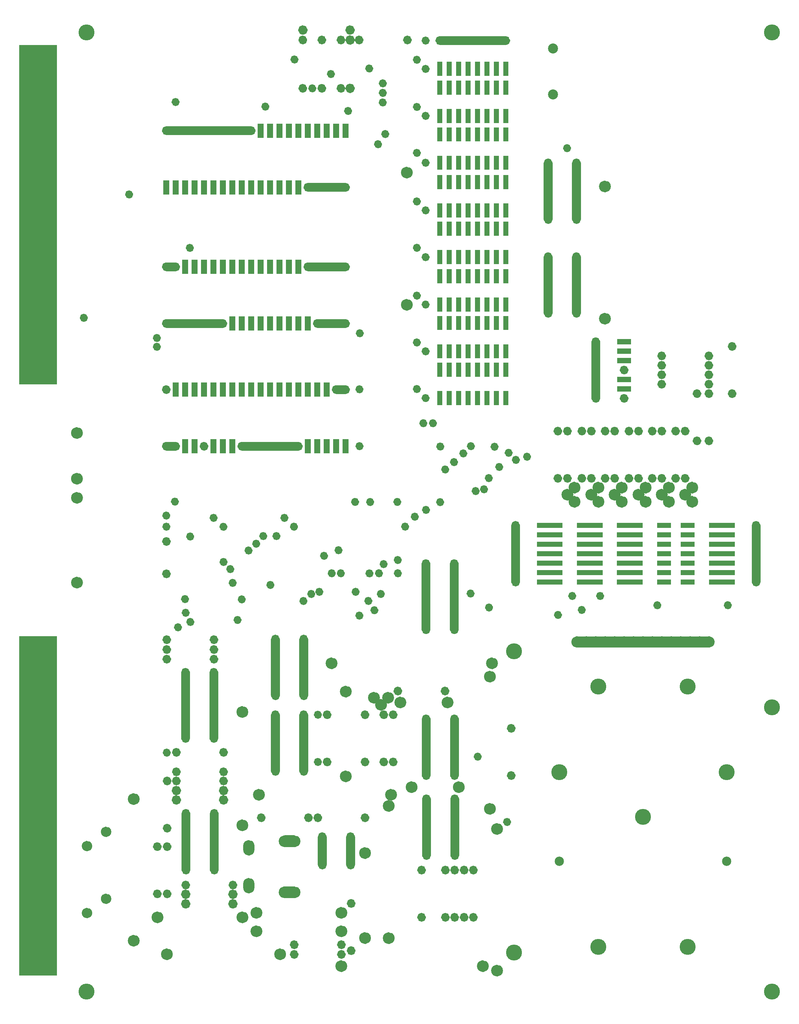
<source format=gbs>
G04 #@! TF.GenerationSoftware,KiCad,Pcbnew,7.0.2*
G04 #@! TF.CreationDate,2023-05-24T19:57:05+02:00*
G04 #@! TF.ProjectId,kim-1,6b696d2d-312e-46b6-9963-61645f706362,rev?*
G04 #@! TF.SameCoordinates,Original*
G04 #@! TF.FileFunction,Soldermask,Bot*
G04 #@! TF.FilePolarity,Negative*
%FSLAX46Y46*%
G04 Gerber Fmt 4.6, Leading zero omitted, Abs format (unit mm)*
G04 Created by KiCad (PCBNEW 7.0.2) date 2023-05-24 19:57:05*
%MOMM*%
%LPD*%
G01*
G04 APERTURE LIST*
G04 Aperture macros list*
%AMRoundRect*
0 Rectangle with rounded corners*
0 $1 Rounding radius*
0 $2 $3 $4 $5 $6 $7 $8 $9 X,Y pos of 4 corners*
0 Add a 4 corners polygon primitive as box body*
4,1,4,$2,$3,$4,$5,$6,$7,$8,$9,$2,$3,0*
0 Add four circle primitives for the rounded corners*
1,1,$1+$1,$2,$3*
1,1,$1+$1,$4,$5*
1,1,$1+$1,$6,$7*
1,1,$1+$1,$8,$9*
0 Add four rect primitives between the rounded corners*
20,1,$1+$1,$2,$3,$4,$5,0*
20,1,$1+$1,$4,$5,$6,$7,0*
20,1,$1+$1,$6,$7,$8,$9,0*
20,1,$1+$1,$8,$9,$2,$3,0*%
%AMFreePoly0*
4,1,22,-1.300000,4.445000,1.300000,4.445000,1.300000,-3.145000,1.280250,-3.370743,1.221600,-3.589626,1.125833,-3.795000,0.995858,-3.980624,0.835624,-4.140858,0.650000,-4.270833,0.444626,-4.366600,0.225743,-4.425250,0.000000,-4.445000,-0.225743,-4.425250,-0.444626,-4.366600,-0.650000,-4.270833,-0.835624,-4.140858,-0.995858,-3.980624,-1.125833,-3.795000,-1.221600,-3.589626,-1.280250,-3.370743,
-1.300000,-3.145000,-1.300000,4.445000,-1.300000,4.445000,$1*%
G04 Aperture macros list end*
%ADD10C,1.100000*%
%ADD11C,1.600000*%
%ADD12C,1.200000*%
%ADD13C,0.120000*%
%ADD14C,1.500000*%
%ADD15C,1.400000*%
%ADD16C,1.300000*%
%ADD17C,2.200000*%
%ADD18C,1.600000*%
%ADD19O,1.600000X1.600000*%
%ADD20C,4.300000*%
%ADD21C,2.500000*%
%ADD22O,1.200000X1.200000*%
%ADD23FreePoly0,90.000000*%
%ADD24C,2.340000*%
%ADD25RoundRect,0.765000X0.085000X-0.735000X0.085000X0.735000X-0.085000X0.735000X-0.085000X-0.735000X0*%
%ADD26C,2.700000*%
%ADD27O,1.600000X1.500000*%
%ADD28O,2.200000X2.200000*%
G04 APERTURE END LIST*
D10*
X147458825Y-198033954D02*
G75*
G03*
X147458825Y-198033954I-550000J0D01*
G01*
X152968825Y-87553954D02*
G75*
G03*
X152968825Y-87553954I-550000J0D01*
G01*
X234308825Y-219173954D02*
G75*
G03*
X234308825Y-219173954I-550000J0D01*
G01*
X141668825Y-208113954D02*
G75*
G03*
X141668825Y-208113954I-550000J0D01*
G01*
X83190000Y-198053954D02*
G75*
G03*
X83190000Y-198053954I-550000J0D01*
G01*
X150618825Y-97513954D02*
G75*
G03*
X150618825Y-97513954I-550000J0D01*
G01*
X129528825Y-204373954D02*
G75*
G03*
X129528825Y-204373954I-550000J0D01*
G01*
X215328825Y-219183954D02*
G75*
G03*
X215328825Y-219183954I-550000J0D01*
G01*
X145468825Y-207013954D02*
G75*
G03*
X145468825Y-207013954I-550000J0D01*
G01*
X101038825Y-213163954D02*
G75*
G03*
X101038825Y-213163954I-550000J0D01*
G01*
X152968825Y-125553954D02*
G75*
G03*
X152968825Y-125553954I-550000J0D01*
G01*
X141438825Y-81373954D02*
G75*
G03*
X141438825Y-81373954I-550000J0D01*
G01*
X98548825Y-198073954D02*
G75*
G03*
X98548825Y-198073954I-550000J0D01*
G01*
X150618825Y-123043954D02*
G75*
G03*
X150618825Y-123043954I-550000J0D01*
G01*
X141448825Y-78803954D02*
G75*
G03*
X141448825Y-78803954I-550000J0D01*
G01*
X127478825Y-76303954D02*
G75*
G03*
X127478825Y-76303954I-550000J0D01*
G01*
X177268825Y-180083954D02*
G75*
G03*
X177268825Y-180083954I-550000J0D01*
G01*
X165153825Y-176393954D02*
G75*
G03*
X165153825Y-176393954I-550000J0D01*
G01*
X152968825Y-138303954D02*
G75*
G03*
X152968825Y-138303954I-550000J0D01*
G01*
X152968825Y-112973954D02*
G75*
G03*
X152968825Y-112973954I-550000J0D01*
G01*
X145348825Y-191393954D02*
G75*
G03*
X145348825Y-191393954I-550000J0D01*
G01*
X165068825Y-216023954D02*
G75*
G03*
X165068825Y-216023954I-550000J0D01*
G01*
X160611825Y-180683954D02*
G75*
G03*
X160611825Y-180683954I-550000J0D01*
G01*
X135175825Y-176393954D02*
G75*
G03*
X135175825Y-176393954I-550000J0D01*
G01*
X145488825Y-210583954D02*
G75*
G03*
X145488825Y-210583954I-550000J0D01*
G01*
X140408825Y-210583954D02*
G75*
G03*
X140408825Y-210583954I-550000J0D01*
G01*
X152968825Y-150883954D02*
G75*
G03*
X152968825Y-150883954I-550000J0D01*
G01*
X137554825Y-218019954D02*
G75*
G03*
X137554825Y-218019954I-550000J0D01*
G01*
X172778825Y-181983954D02*
G75*
G03*
X172778825Y-181983954I-550000J0D01*
G01*
X163116825Y-178343954D02*
G75*
G03*
X163116825Y-178343954I-550000J0D01*
G01*
X83168825Y-195064954D02*
G75*
G03*
X83168825Y-195064954I-550000J0D01*
G01*
X120078825Y-218033954D02*
G75*
G03*
X120078825Y-218033954I-550000J0D01*
G01*
X150618825Y-135903954D02*
G75*
G03*
X150618825Y-135903954I-550000J0D01*
G01*
X89648825Y-223673954D02*
G75*
G03*
X89648825Y-223673954I-550000J0D01*
G01*
X123968825Y-248628954D02*
G75*
G03*
X123968825Y-248628954I-550000J0D01*
G01*
X73168825Y-108693954D02*
G75*
G03*
X73168825Y-108693954I-550000J0D01*
G01*
X112818825Y-200573954D02*
G75*
G03*
X112818825Y-200573954I-550000J0D01*
G01*
X152968825Y-67303954D02*
G75*
G03*
X152968825Y-67303954I-550000J0D01*
G01*
X154938825Y-170223954D02*
G75*
G03*
X154938825Y-170223954I-550000J0D01*
G01*
X142108825Y-92443954D02*
G75*
G03*
X142108825Y-92443954I-550000J0D01*
G01*
X80638825Y-147293954D02*
G75*
G03*
X80638825Y-147293954I-550000J0D01*
G01*
X141428825Y-83953954D02*
G75*
G03*
X141428825Y-83953954I-550000J0D01*
G01*
X194988825Y-220443954D02*
G75*
G03*
X194988825Y-220443954I-550000J0D01*
G01*
X139178825Y-220523954D02*
G75*
G03*
X139178825Y-220523954I-550000J0D01*
G01*
X88208825Y-217523954D02*
G75*
G03*
X88208825Y-217523954I-550000J0D01*
G01*
X152968825Y-100163954D02*
G75*
G03*
X152968825Y-100163954I-550000J0D01*
G01*
X192428825Y-216683954D02*
G75*
G03*
X192428825Y-216683954I-550000J0D01*
G01*
X98578825Y-207543954D02*
G75*
G03*
X98578825Y-207543954I-550000J0D01*
G01*
X171518825Y-176553954D02*
G75*
G03*
X171518825Y-176553954I-550000J0D01*
G01*
X135258825Y-146023954D02*
G75*
G03*
X135258825Y-146023954I-550000J0D01*
G01*
X95898825Y-195683954D02*
G75*
G03*
X95898825Y-195683954I-550000J0D01*
G01*
X156918825Y-176493954D02*
G75*
G03*
X156918825Y-176493954I-550000J0D01*
G01*
X122478825Y-80153954D02*
G75*
G03*
X122478825Y-80153954I-550000J0D01*
G01*
X169972825Y-184983954D02*
G75*
G03*
X169972825Y-184983954I-550000J0D01*
G01*
X170038825Y-219793954D02*
G75*
G03*
X170038825Y-219793954I-550000J0D01*
G01*
X89508825Y-123063954D02*
G75*
G03*
X89508825Y-123063954I-550000J0D01*
G01*
X156878825Y-191443954D02*
G75*
G03*
X156878825Y-191443954I-550000J0D01*
G01*
X150618825Y-148503954D02*
G75*
G03*
X150618825Y-148503954I-550000J0D01*
G01*
X180268825Y-179233954D02*
G75*
G03*
X180268825Y-179233954I-550000J0D01*
G01*
X80638825Y-149663954D02*
G75*
G03*
X80638825Y-149663954I-550000J0D01*
G01*
X124361825Y-215573954D02*
G75*
G03*
X124361825Y-215573954I-550000J0D01*
G01*
X152968825Y-163463954D02*
G75*
G03*
X152968825Y-163463954I-550000J0D01*
G01*
X199938825Y-216683954D02*
G75*
G03*
X199938825Y-216683954I-550000J0D01*
G01*
X158238825Y-182663954D02*
G75*
G03*
X158238825Y-182663954I-550000J0D01*
G01*
X150058825Y-195363954D02*
G75*
G03*
X150058825Y-195363954I-550000J0D01*
G01*
X114958825Y-195683954D02*
G75*
G03*
X114958825Y-195683954I-550000J0D01*
G01*
X137798825Y-74813954D02*
G75*
G03*
X137798825Y-74813954I-550000J0D01*
G01*
X175318825Y-178183954D02*
G75*
G03*
X175318825Y-178183954I-550000J0D01*
G01*
X191038825Y-96243954D02*
G75*
G03*
X191038825Y-96243954I-550000J0D01*
G01*
X85668825Y-83833954D02*
G75*
G03*
X85668825Y-83833954I-550000J0D01*
G01*
X89598825Y-200693954D02*
G75*
G03*
X89598825Y-200693954I-550000J0D01*
G01*
X117538825Y-198053954D02*
G75*
G03*
X117538825Y-198053954I-550000J0D01*
G01*
X135137825Y-221963954D02*
G75*
G03*
X135137825Y-221963954I-550000J0D01*
G01*
X117668825Y-72393954D02*
G75*
G03*
X117668825Y-72393954I-550000J0D01*
G01*
X125630825Y-205883954D02*
G75*
G03*
X125630825Y-205883954I-550000J0D01*
G01*
X105308825Y-204453954D02*
G75*
G03*
X105308825Y-204453954I-550000J0D01*
G01*
X88388825Y-221203954D02*
G75*
G03*
X88388825Y-221203954I-550000J0D01*
G01*
X133988825Y-191393954D02*
G75*
G03*
X133988825Y-191393954I-550000J0D01*
G01*
X150618825Y-161023954D02*
G75*
G03*
X150618825Y-161023954I-550000J0D01*
G01*
X135168825Y-161093954D02*
G75*
G03*
X135168825Y-161093954I-550000J0D01*
G01*
X100398825Y-209453954D02*
G75*
G03*
X100398825Y-209453954I-550000J0D01*
G01*
X174888825Y-277473954D02*
G75*
G03*
X174888825Y-277473954I-550000J0D01*
G01*
X137850000Y-210610000D02*
G75*
G03*
X137850000Y-210610000I-550000J0D01*
G01*
X150618825Y-110573954D02*
G75*
G03*
X150618825Y-110573954I-550000J0D01*
G01*
X153078825Y-193533954D02*
G75*
G03*
X153078825Y-193533954I-550000J0D01*
G01*
X152358825Y-170223954D02*
G75*
G03*
X152358825Y-170223954I-550000J0D01*
G01*
X123968825Y-261328954D02*
G75*
G03*
X123968825Y-261328954I-550000J0D01*
G01*
X85488825Y-191313954D02*
G75*
G03*
X85488825Y-191313954I-550000J0D01*
G01*
X122186825Y-216143954D02*
G75*
G03*
X122186825Y-216143954I-550000J0D01*
G01*
X140158825Y-95183954D02*
G75*
G03*
X140158825Y-95183954I-550000J0D01*
G01*
X103478825Y-217603954D02*
G75*
G03*
X103478825Y-217603954I-550000J0D01*
G01*
X134128825Y-215573954D02*
G75*
G03*
X134128825Y-215573954I-550000J0D01*
G01*
X60978825Y-141876954D02*
G75*
G03*
X60978825Y-141876954I-550000J0D01*
G01*
X166990825Y-259903954D02*
G75*
G03*
X166990825Y-259903954I-550000J0D01*
G01*
X111188825Y-213723954D02*
G75*
G03*
X111188825Y-213723954I-550000J0D01*
G01*
X140908825Y-216143954D02*
G75*
G03*
X140908825Y-216143954I-550000J0D01*
G01*
X83298825Y-258823954D02*
G75*
G03*
X83298825Y-258823954I-550000J0D01*
G01*
X127698825Y-210583954D02*
G75*
G03*
X127698825Y-210583954I-550000J0D01*
G01*
X168684825Y-187993954D02*
G75*
G03*
X168684825Y-187993954I-550000J0D01*
G01*
X150618825Y-72463954D02*
G75*
G03*
X150618825Y-72463954I-550000J0D01*
G01*
X132098825Y-86233954D02*
G75*
G03*
X132098825Y-86233954I-550000J0D01*
G01*
X109268825Y-200573954D02*
G75*
G03*
X109268825Y-200573954I-550000J0D01*
G01*
X188598825Y-221783954D02*
G75*
G03*
X188598825Y-221783954I-550000J0D01*
G01*
X166438825Y-188463954D02*
G75*
G03*
X166438825Y-188463954I-550000J0D01*
G01*
X130148825Y-210583954D02*
G75*
G03*
X130148825Y-210583954I-550000J0D01*
G01*
X152968825Y-74923954D02*
G75*
G03*
X152968825Y-74923954I-550000J0D01*
G01*
X138043825Y-191413954D02*
G75*
G03*
X138043825Y-191413954I-550000J0D01*
G01*
X86318825Y-225113954D02*
G75*
G03*
X86318825Y-225113954I-550000J0D01*
G01*
X109833825Y-85063954D02*
G75*
G03*
X109833825Y-85063954I-550000J0D01*
G01*
X107378825Y-202633954D02*
G75*
G03*
X107378825Y-202633954I-550000J0D01*
G01*
X150618825Y-85153954D02*
G75*
G03*
X150618825Y-85153954I-550000J0D01*
G01*
X135168825Y-161093954D02*
G75*
G03*
X135168825Y-161093954I-550000J0D01*
G01*
X102348825Y-223143954D02*
G75*
G03*
X102348825Y-223143954I-550000J0D01*
G01*
G04 #@! TO.C,C14*
D11*
X103918825Y-303113954D02*
G75*
G03*
X103918825Y-303113954I-800000J0D01*
G01*
X81058825Y-303113954D02*
G75*
G03*
X81058825Y-303113954I-800000J0D01*
G01*
G04 #@! TO.C,R27*
D12*
X216558825Y-159725954D02*
G75*
G03*
X216558825Y-159725954I-600000J0D01*
G01*
X229258825Y-159725954D02*
G75*
G03*
X229258825Y-159725954I-600000J0D01*
G01*
G04 #@! TO.C,C6*
D11*
X74658825Y-309403954D02*
G75*
G03*
X74658825Y-309403954I-800000J0D01*
G01*
X74658825Y-271303954D02*
G75*
G03*
X74658825Y-271303954I-800000J0D01*
G01*
G04 #@! TO.C,U11*
G36*
X174708825Y-78033954D02*
G01*
X173308825Y-78033954D01*
X173308825Y-81833954D01*
X174708825Y-81833954D01*
X174708825Y-78033954D01*
G37*
G36*
X172168825Y-78033954D02*
G01*
X170768825Y-78033954D01*
X170768825Y-81833954D01*
X172168825Y-81833954D01*
X172168825Y-78033954D01*
G37*
G36*
X169628825Y-78033954D02*
G01*
X168228825Y-78033954D01*
X168228825Y-81833954D01*
X169628825Y-81833954D01*
X169628825Y-78033954D01*
G37*
G36*
X167088825Y-78033954D02*
G01*
X165688825Y-78033954D01*
X165688825Y-81833954D01*
X167088825Y-81833954D01*
X167088825Y-78033954D01*
G37*
G36*
X164548825Y-78033954D02*
G01*
X163148825Y-78033954D01*
X163148825Y-81833954D01*
X164548825Y-81833954D01*
X164548825Y-78033954D01*
G37*
G36*
X162008825Y-78033954D02*
G01*
X160608825Y-78033954D01*
X160608825Y-81833954D01*
X162008825Y-81833954D01*
X162008825Y-78033954D01*
G37*
G36*
X159468825Y-78033954D02*
G01*
X158068825Y-78033954D01*
X158068825Y-81833954D01*
X159468825Y-81833954D01*
X159468825Y-78033954D01*
G37*
G36*
X156928825Y-78033954D02*
G01*
X155528825Y-78033954D01*
X155528825Y-81833954D01*
X156928825Y-81833954D01*
X156928825Y-78033954D01*
G37*
G36*
X174708825Y-85653954D02*
G01*
X173308825Y-85653954D01*
X173308825Y-89453954D01*
X174708825Y-89453954D01*
X174708825Y-85653954D01*
G37*
G36*
X172168825Y-85653954D02*
G01*
X170768825Y-85653954D01*
X170768825Y-89453954D01*
X172168825Y-89453954D01*
X172168825Y-85653954D01*
G37*
G36*
X169628825Y-85653954D02*
G01*
X168228825Y-85653954D01*
X168228825Y-89453954D01*
X169628825Y-89453954D01*
X169628825Y-85653954D01*
G37*
G36*
X167088825Y-85653954D02*
G01*
X165688825Y-85653954D01*
X165688825Y-89453954D01*
X167088825Y-89453954D01*
X167088825Y-85653954D01*
G37*
G36*
X164548825Y-85653954D02*
G01*
X163148825Y-85653954D01*
X163148825Y-89453954D01*
X164548825Y-89453954D01*
X164548825Y-85653954D01*
G37*
G36*
X162008825Y-85653954D02*
G01*
X160608825Y-85653954D01*
X160608825Y-89453954D01*
X162008825Y-89453954D01*
X162008825Y-85653954D01*
G37*
G36*
X159468825Y-85653954D02*
G01*
X158068825Y-85653954D01*
X158068825Y-89453954D01*
X159468825Y-89453954D01*
X159468825Y-85653954D01*
G37*
G36*
X156928825Y-85653954D02*
G01*
X155528825Y-85653954D01*
X155528825Y-89453954D01*
X156928825Y-89453954D01*
X156928825Y-85653954D01*
G37*
G04 #@! TO.C,R33*
D12*
X83448825Y-284103954D02*
G75*
G03*
X83448825Y-284103954I-600000J0D01*
G01*
X83448825Y-296803954D02*
G75*
G03*
X83448825Y-296803954I-600000J0D01*
G01*
G04 #@! TO.C,Q1*
D11*
X193298825Y-191338954D02*
G75*
G03*
X193298825Y-191338954I-800000J0D01*
G01*
X191393825Y-189433954D02*
G75*
G03*
X191393825Y-189433954I-800000J0D01*
G01*
X193298825Y-187528954D02*
G75*
G03*
X193298825Y-187528954I-800000J0D01*
G01*
G04 #@! TO.C,U8*
G36*
X174708825Y-116033954D02*
G01*
X173308825Y-116033954D01*
X173308825Y-119833954D01*
X174708825Y-119833954D01*
X174708825Y-116033954D01*
G37*
G36*
X172168825Y-116033954D02*
G01*
X170768825Y-116033954D01*
X170768825Y-119833954D01*
X172168825Y-119833954D01*
X172168825Y-116033954D01*
G37*
G36*
X169628825Y-116033954D02*
G01*
X168228825Y-116033954D01*
X168228825Y-119833954D01*
X169628825Y-119833954D01*
X169628825Y-116033954D01*
G37*
G36*
X167088825Y-116033954D02*
G01*
X165688825Y-116033954D01*
X165688825Y-119833954D01*
X167088825Y-119833954D01*
X167088825Y-116033954D01*
G37*
G36*
X164548825Y-116033954D02*
G01*
X163148825Y-116033954D01*
X163148825Y-119833954D01*
X164548825Y-119833954D01*
X164548825Y-116033954D01*
G37*
G36*
X162008825Y-116033954D02*
G01*
X160608825Y-116033954D01*
X160608825Y-119833954D01*
X162008825Y-119833954D01*
X162008825Y-116033954D01*
G37*
G36*
X159468825Y-116033954D02*
G01*
X158068825Y-116033954D01*
X158068825Y-119833954D01*
X159468825Y-119833954D01*
X159468825Y-116033954D01*
G37*
G36*
X156928825Y-116033954D02*
G01*
X155528825Y-116033954D01*
X155528825Y-119833954D01*
X156928825Y-119833954D01*
X156928825Y-116033954D01*
G37*
G36*
X174708825Y-123653954D02*
G01*
X173308825Y-123653954D01*
X173308825Y-127453954D01*
X174708825Y-127453954D01*
X174708825Y-123653954D01*
G37*
G36*
X172168825Y-123653954D02*
G01*
X170768825Y-123653954D01*
X170768825Y-127453954D01*
X172168825Y-127453954D01*
X172168825Y-123653954D01*
G37*
G36*
X169628825Y-123653954D02*
G01*
X168228825Y-123653954D01*
X168228825Y-127453954D01*
X169628825Y-127453954D01*
X169628825Y-123653954D01*
G37*
G36*
X167088825Y-123653954D02*
G01*
X165688825Y-123653954D01*
X165688825Y-127453954D01*
X167088825Y-127453954D01*
X167088825Y-123653954D01*
G37*
G36*
X164548825Y-123653954D02*
G01*
X163148825Y-123653954D01*
X163148825Y-127453954D01*
X164548825Y-127453954D01*
X164548825Y-123653954D01*
G37*
G36*
X162008825Y-123653954D02*
G01*
X160608825Y-123653954D01*
X160608825Y-127453954D01*
X162008825Y-127453954D01*
X162008825Y-123653954D01*
G37*
G36*
X159468825Y-123653954D02*
G01*
X158068825Y-123653954D01*
X158068825Y-127453954D01*
X159468825Y-127453954D01*
X159468825Y-123653954D01*
G37*
G36*
X156928825Y-123653954D02*
G01*
X155528825Y-123653954D01*
X155528825Y-127453954D01*
X156928825Y-127453954D01*
X156928825Y-123653954D01*
G37*
G04 #@! TO.C,C5*
X127908825Y-234783954D02*
G75*
G03*
X127908825Y-234783954I-800000J0D01*
G01*
X171088825Y-234783954D02*
G75*
G03*
X171088825Y-234783954I-800000J0D01*
G01*
G04 #@! TO.C,R2*
D12*
X130228825Y-80143954D02*
G75*
G03*
X130228825Y-80143954I-600000J0D01*
G01*
X130228825Y-67143954D02*
G75*
G03*
X130228825Y-67143954I-600000J0D01*
G01*
G04 #@! TO.C,R41*
X188608825Y-172343954D02*
G75*
G03*
X188608825Y-172343954I-600000J0D01*
G01*
X188608825Y-185043954D02*
G75*
G03*
X188608825Y-185043954I-600000J0D01*
G01*
D13*
G04 #@! TO.C,P1*
X43048825Y-68473954D02*
X53118825Y-68473954D01*
X53118825Y-68473954D02*
X53118825Y-159713954D01*
X53118825Y-159713954D02*
X43048825Y-159713954D01*
X43048825Y-159713954D02*
X43048825Y-68473954D01*
G36*
X43048825Y-68473954D02*
G01*
X53118825Y-68473954D01*
X53118825Y-159713954D01*
X43048825Y-159713954D01*
X43048825Y-68473954D01*
G37*
G04 #@! TO.C,VR1*
G36*
X117138825Y-294783954D02*
G01*
X114478825Y-294783954D01*
X114478825Y-297983954D01*
X117138825Y-297983954D01*
X117138825Y-294783954D01*
G37*
G36*
X117138825Y-281053954D02*
G01*
X114478825Y-281053954D01*
X114478825Y-284253954D01*
X117138825Y-284253954D01*
X117138825Y-281053954D01*
G37*
G36*
X106338825Y-295193954D02*
G01*
X103338825Y-295193954D01*
X103338825Y-294008954D01*
X106338825Y-294008954D01*
X106338825Y-295193954D01*
G37*
G36*
X106338825Y-285008954D02*
G01*
X103338825Y-285008954D01*
X103338825Y-283823954D01*
X106338825Y-283823954D01*
X106338825Y-285008954D01*
G37*
D11*
X117938825Y-296383954D02*
G75*
G03*
X117938825Y-296383954I-800000J0D01*
G01*
X117938825Y-282653954D02*
G75*
G03*
X117938825Y-282653954I-800000J0D01*
G01*
X115278825Y-296383954D02*
G75*
G03*
X115278825Y-296383954I-800000J0D01*
G01*
X115278825Y-282653954D02*
G75*
G03*
X115278825Y-282653954I-800000J0D01*
G01*
D14*
X105588825Y-295193954D02*
G75*
G03*
X105588825Y-295193954I-750000J0D01*
G01*
X105588825Y-294008954D02*
G75*
G03*
X105588825Y-294008954I-750000J0D01*
G01*
X105588825Y-285008954D02*
G75*
G03*
X105588825Y-285008954I-750000J0D01*
G01*
X105588825Y-283823954D02*
G75*
G03*
X105588825Y-283823954I-750000J0D01*
G01*
G04 #@! TO.C,U26*
G36*
X161388825Y-264983954D02*
G01*
X158988825Y-264983954D01*
X158988825Y-249743954D01*
X161388825Y-249743954D01*
X161388825Y-264983954D01*
G37*
G36*
X153768825Y-264983954D02*
G01*
X151368825Y-264983954D01*
X151368825Y-249743954D01*
X153768825Y-249743954D01*
X153768825Y-264983954D01*
G37*
D12*
X160788825Y-264983954D02*
G75*
G03*
X160788825Y-264983954I-600000J0D01*
G01*
X160788825Y-249743954D02*
G75*
G03*
X160788825Y-249743954I-600000J0D01*
G01*
X153168825Y-264983954D02*
G75*
G03*
X153168825Y-264983954I-600000J0D01*
G01*
X153168825Y-249743954D02*
G75*
G03*
X153168825Y-249743954I-600000J0D01*
G01*
G04 #@! TO.C,R6*
X141748825Y-248628954D02*
G75*
G03*
X141748825Y-248628954I-600000J0D01*
G01*
X141748825Y-261328954D02*
G75*
G03*
X141748825Y-261328954I-600000J0D01*
G01*
G04 #@! TO.C,R36*
X85938825Y-258743954D02*
G75*
G03*
X85938825Y-258743954I-600000J0D01*
G01*
X98638825Y-258743954D02*
G75*
G03*
X98638825Y-258743954I-600000J0D01*
G01*
G04 #@! TO.C,R49*
D15*
X67118825Y-298123954D02*
G75*
G03*
X67118825Y-298123954I-700000J0D01*
G01*
X67118825Y-280123954D02*
G75*
G03*
X67118825Y-280123954I-700000J0D01*
G01*
G04 #@! TO.C,U10*
G36*
X174708825Y-90643954D02*
G01*
X173308825Y-90643954D01*
X173308825Y-94443954D01*
X174708825Y-94443954D01*
X174708825Y-90643954D01*
G37*
G36*
X172168825Y-90643954D02*
G01*
X170768825Y-90643954D01*
X170768825Y-94443954D01*
X172168825Y-94443954D01*
X172168825Y-90643954D01*
G37*
G36*
X169628825Y-90643954D02*
G01*
X168228825Y-90643954D01*
X168228825Y-94443954D01*
X169628825Y-94443954D01*
X169628825Y-90643954D01*
G37*
G36*
X167088825Y-90643954D02*
G01*
X165688825Y-90643954D01*
X165688825Y-94443954D01*
X167088825Y-94443954D01*
X167088825Y-90643954D01*
G37*
G36*
X164548825Y-90643954D02*
G01*
X163148825Y-90643954D01*
X163148825Y-94443954D01*
X164548825Y-94443954D01*
X164548825Y-90643954D01*
G37*
G36*
X162008825Y-90643954D02*
G01*
X160608825Y-90643954D01*
X160608825Y-94443954D01*
X162008825Y-94443954D01*
X162008825Y-90643954D01*
G37*
G36*
X159468825Y-90643954D02*
G01*
X158068825Y-90643954D01*
X158068825Y-94443954D01*
X159468825Y-94443954D01*
X159468825Y-90643954D01*
G37*
G36*
X156928825Y-90643954D02*
G01*
X155528825Y-90643954D01*
X155528825Y-94443954D01*
X156928825Y-94443954D01*
X156928825Y-90643954D01*
G37*
G36*
X174708825Y-98263954D02*
G01*
X173308825Y-98263954D01*
X173308825Y-102063954D01*
X174708825Y-102063954D01*
X174708825Y-98263954D01*
G37*
G36*
X172168825Y-98263954D02*
G01*
X170768825Y-98263954D01*
X170768825Y-102063954D01*
X172168825Y-102063954D01*
X172168825Y-98263954D01*
G37*
G36*
X169628825Y-98263954D02*
G01*
X168228825Y-98263954D01*
X168228825Y-102063954D01*
X169628825Y-102063954D01*
X169628825Y-98263954D01*
G37*
G36*
X167088825Y-98263954D02*
G01*
X165688825Y-98263954D01*
X165688825Y-102063954D01*
X167088825Y-102063954D01*
X167088825Y-98263954D01*
G37*
G36*
X164548825Y-98263954D02*
G01*
X163148825Y-98263954D01*
X163148825Y-102063954D01*
X164548825Y-102063954D01*
X164548825Y-98263954D01*
G37*
G36*
X162008825Y-98263954D02*
G01*
X160608825Y-98263954D01*
X160608825Y-102063954D01*
X162008825Y-102063954D01*
X162008825Y-98263954D01*
G37*
G36*
X159468825Y-98263954D02*
G01*
X158068825Y-98263954D01*
X158068825Y-102063954D01*
X159468825Y-102063954D01*
X159468825Y-98263954D01*
G37*
G36*
X156928825Y-98263954D02*
G01*
X155528825Y-98263954D01*
X155528825Y-102063954D01*
X156928825Y-102063954D01*
X156928825Y-98263954D01*
G37*
G04 #@! TO.C,R3*
D12*
X125088825Y-80143954D02*
G75*
G03*
X125088825Y-80143954I-600000J0D01*
G01*
X125088825Y-67143954D02*
G75*
G03*
X125088825Y-67143954I-600000J0D01*
G01*
G04 #@! TO.C,U17*
G36*
X207748825Y-161693954D02*
G01*
X203948825Y-161693954D01*
X203948825Y-160293954D01*
X207748825Y-160293954D01*
X207748825Y-161693954D01*
G37*
G36*
X207748825Y-159153954D02*
G01*
X203948825Y-159153954D01*
X203948825Y-157753954D01*
X207748825Y-157753954D01*
X207748825Y-159153954D01*
G37*
G36*
X207748825Y-154073954D02*
G01*
X203948825Y-154073954D01*
X203948825Y-152673954D01*
X207748825Y-152673954D01*
X207748825Y-154073954D01*
G37*
G36*
X207748825Y-151533954D02*
G01*
X203948825Y-151533954D01*
X203948825Y-150133954D01*
X207748825Y-150133954D01*
X207748825Y-151533954D01*
G37*
G36*
X207748825Y-148993954D02*
G01*
X203948825Y-148993954D01*
X203948825Y-147593954D01*
X207748825Y-147593954D01*
X207748825Y-148993954D01*
G37*
G36*
X199428825Y-163533954D02*
G01*
X197028825Y-163533954D01*
X197028825Y-148293954D01*
X199428825Y-148293954D01*
X199428825Y-163533954D01*
G37*
X206448825Y-163533954D02*
G75*
G03*
X206448825Y-163533954I-600000J0D01*
G01*
X206448825Y-155913954D02*
G75*
G03*
X206448825Y-155913954I-600000J0D01*
G01*
X198828825Y-163533954D02*
G75*
G03*
X198828825Y-163533954I-600000J0D01*
G01*
X198828825Y-148293954D02*
G75*
G03*
X198828825Y-148293954I-600000J0D01*
G01*
G04 #@! TO.C,R48*
D15*
X61988825Y-301953954D02*
G75*
G03*
X61988825Y-301953954I-700000J0D01*
G01*
X61988825Y-283953954D02*
G75*
G03*
X61988825Y-283953954I-700000J0D01*
G01*
G04 #@! TO.C,R29*
D12*
X216558825Y-154645954D02*
G75*
G03*
X216558825Y-154645954I-600000J0D01*
G01*
X229258825Y-154645954D02*
G75*
G03*
X229258825Y-154645954I-600000J0D01*
G01*
G04 #@! TO.C,U24*
G36*
X161338825Y-225763954D02*
G01*
X158938825Y-225763954D01*
X158938825Y-207983954D01*
X161338825Y-207983954D01*
X161338825Y-225763954D01*
G37*
G36*
X153718825Y-225763954D02*
G01*
X151318825Y-225763954D01*
X151318825Y-207983954D01*
X153718825Y-207983954D01*
X153718825Y-225763954D01*
G37*
X160738825Y-225763954D02*
G75*
G03*
X160738825Y-225763954I-600000J0D01*
G01*
X160738825Y-207983954D02*
G75*
G03*
X160738825Y-207983954I-600000J0D01*
G01*
X153118825Y-225763954D02*
G75*
G03*
X153118825Y-225763954I-600000J0D01*
G01*
X153118825Y-207983954D02*
G75*
G03*
X153118825Y-207983954I-600000J0D01*
G01*
G04 #@! TO.C,R16*
X136708825Y-261328954D02*
G75*
G03*
X136708825Y-261328954I-600000J0D01*
G01*
X136708825Y-248628954D02*
G75*
G03*
X136708825Y-248628954I-600000J0D01*
G01*
G04 #@! TO.C,R10*
X130348825Y-313093954D02*
G75*
G03*
X130348825Y-313093954I-600000J0D01*
G01*
X117648825Y-313093954D02*
G75*
G03*
X117648825Y-313093954I-600000J0D01*
G01*
G04 #@! TO.C,U5*
G36*
X174708825Y-153943954D02*
G01*
X173308825Y-153943954D01*
X173308825Y-157743954D01*
X174708825Y-157743954D01*
X174708825Y-153943954D01*
G37*
G36*
X172168825Y-153943954D02*
G01*
X170768825Y-153943954D01*
X170768825Y-157743954D01*
X172168825Y-157743954D01*
X172168825Y-153943954D01*
G37*
G36*
X169628825Y-153943954D02*
G01*
X168228825Y-153943954D01*
X168228825Y-157743954D01*
X169628825Y-157743954D01*
X169628825Y-153943954D01*
G37*
G36*
X167088825Y-153943954D02*
G01*
X165688825Y-153943954D01*
X165688825Y-157743954D01*
X167088825Y-157743954D01*
X167088825Y-153943954D01*
G37*
G36*
X164548825Y-153943954D02*
G01*
X163148825Y-153943954D01*
X163148825Y-157743954D01*
X164548825Y-157743954D01*
X164548825Y-153943954D01*
G37*
G36*
X162008825Y-153943954D02*
G01*
X160608825Y-153943954D01*
X160608825Y-157743954D01*
X162008825Y-157743954D01*
X162008825Y-153943954D01*
G37*
G36*
X159468825Y-153943954D02*
G01*
X158068825Y-153943954D01*
X158068825Y-157743954D01*
X159468825Y-157743954D01*
X159468825Y-153943954D01*
G37*
G36*
X156928825Y-153943954D02*
G01*
X155528825Y-153943954D01*
X155528825Y-157743954D01*
X156928825Y-157743954D01*
X156928825Y-153943954D01*
G37*
G36*
X174708825Y-161563954D02*
G01*
X173308825Y-161563954D01*
X173308825Y-165363954D01*
X174708825Y-165363954D01*
X174708825Y-161563954D01*
G37*
G36*
X172168825Y-161563954D02*
G01*
X170768825Y-161563954D01*
X170768825Y-165363954D01*
X172168825Y-165363954D01*
X172168825Y-161563954D01*
G37*
G36*
X169628825Y-161563954D02*
G01*
X168228825Y-161563954D01*
X168228825Y-165363954D01*
X169628825Y-165363954D01*
X169628825Y-161563954D01*
G37*
G36*
X167088825Y-161563954D02*
G01*
X165688825Y-161563954D01*
X165688825Y-165363954D01*
X167088825Y-165363954D01*
X167088825Y-161563954D01*
G37*
G36*
X164548825Y-161563954D02*
G01*
X163148825Y-161563954D01*
X163148825Y-165363954D01*
X164548825Y-165363954D01*
X164548825Y-161563954D01*
G37*
G36*
X162008825Y-161563954D02*
G01*
X160608825Y-161563954D01*
X160608825Y-165363954D01*
X162008825Y-165363954D01*
X162008825Y-161563954D01*
G37*
G36*
X159468825Y-161563954D02*
G01*
X158068825Y-161563954D01*
X158068825Y-165363954D01*
X159468825Y-165363954D01*
X159468825Y-161563954D01*
G37*
G36*
X156928825Y-161563954D02*
G01*
X155528825Y-161563954D01*
X155528825Y-165363954D01*
X156928825Y-165363954D01*
X156928825Y-161563954D01*
G37*
G04 #@! TO.C,C18*
D16*
X132748825Y-80143954D02*
G75*
G03*
X132748825Y-80143954I-650000J0D01*
G01*
X132748825Y-67143954D02*
G75*
G03*
X132748825Y-67143954I-650000J0D01*
G01*
G04 #@! TO.C,CR1*
X98688825Y-269023954D02*
G75*
G03*
X98688825Y-269023954I-650000J0D01*
G01*
X85988825Y-269023954D02*
G75*
G03*
X85988825Y-269023954I-650000J0D01*
G01*
G04 #@! TO.C,C10*
D11*
X136918825Y-285823954D02*
G75*
G03*
X136918825Y-285823954I-800000J0D01*
G01*
X136918825Y-308683954D02*
G75*
G03*
X136918825Y-308683954I-800000J0D01*
G01*
G04 #@! TO.C,R31*
D12*
X229258825Y-162263954D02*
G75*
G03*
X229258825Y-162263954I-600000J0D01*
G01*
X229258825Y-174963954D02*
G75*
G03*
X229258825Y-174963954I-600000J0D01*
G01*
G04 #@! TO.C,CR3*
D16*
X101208825Y-296903954D02*
G75*
G03*
X101208825Y-296903954I-650000J0D01*
G01*
X88508825Y-296903954D02*
G75*
G03*
X88508825Y-296903954I-650000J0D01*
G01*
G04 #@! TO.C,R44*
D12*
X207758825Y-172343954D02*
G75*
G03*
X207758825Y-172343954I-600000J0D01*
G01*
X207758825Y-185043954D02*
G75*
G03*
X207758825Y-185043954I-600000J0D01*
G01*
G04 #@! TO.C,R1*
X119958825Y-80143954D02*
G75*
G03*
X119958825Y-80143954I-600000J0D01*
G01*
X119958825Y-67143954D02*
G75*
G03*
X119958825Y-67143954I-600000J0D01*
G01*
G04 #@! TO.C,R50*
X121478825Y-276333954D02*
G75*
G03*
X121478825Y-276333954I-600000J0D01*
G01*
X108778825Y-276333954D02*
G75*
G03*
X108778825Y-276333954I-600000J0D01*
G01*
G04 #@! TO.C,J1*
G36*
X193148825Y-227563954D02*
G01*
X228708825Y-227563954D01*
X228708825Y-230563954D01*
X193148825Y-230563954D01*
X193148825Y-227563954D01*
G37*
D14*
X193898825Y-229063954D02*
G75*
G03*
X193898825Y-229063954I-750000J0D01*
G01*
X229458825Y-229063954D02*
G75*
G03*
X229458825Y-229063954I-750000J0D01*
G01*
G04 #@! TO.C,U23*
G36*
X231858825Y-197003954D02*
G01*
X235658825Y-197003954D01*
X235658825Y-198403954D01*
X231858825Y-198403954D01*
X231858825Y-197003954D01*
G37*
G36*
X231858825Y-199543954D02*
G01*
X235658825Y-199543954D01*
X235658825Y-200943954D01*
X231858825Y-200943954D01*
X231858825Y-199543954D01*
G37*
G36*
X231858825Y-202083954D02*
G01*
X235658825Y-202083954D01*
X235658825Y-203483954D01*
X231858825Y-203483954D01*
X231858825Y-202083954D01*
G37*
G36*
X231858825Y-204623954D02*
G01*
X235658825Y-204623954D01*
X235658825Y-206023954D01*
X231858825Y-206023954D01*
X231858825Y-204623954D01*
G37*
G36*
X231858825Y-207163954D02*
G01*
X235658825Y-207163954D01*
X235658825Y-208563954D01*
X231858825Y-208563954D01*
X231858825Y-207163954D01*
G37*
G36*
X231858825Y-209703954D02*
G01*
X235658825Y-209703954D01*
X235658825Y-211103954D01*
X231858825Y-211103954D01*
X231858825Y-209703954D01*
G37*
G36*
X231858825Y-212243954D02*
G01*
X235658825Y-212243954D01*
X235658825Y-213643954D01*
X231858825Y-213643954D01*
X231858825Y-212243954D01*
G37*
G36*
X240178825Y-197703954D02*
G01*
X242578825Y-197703954D01*
X242578825Y-212943954D01*
X240178825Y-212943954D01*
X240178825Y-197703954D01*
G37*
D12*
X241978825Y-197703954D02*
G75*
G03*
X241978825Y-197703954I-600000J0D01*
G01*
X241978825Y-212943954D02*
G75*
G03*
X241978825Y-212943954I-600000J0D01*
G01*
G04 #@! TO.C,U25*
G36*
X161468825Y-286483954D02*
G01*
X159068825Y-286483954D01*
X159068825Y-271243954D01*
X161468825Y-271243954D01*
X161468825Y-286483954D01*
G37*
G36*
X153848825Y-286483954D02*
G01*
X151448825Y-286483954D01*
X151448825Y-271243954D01*
X153848825Y-271243954D01*
X153848825Y-286483954D01*
G37*
X160868825Y-286483954D02*
G75*
G03*
X160868825Y-286483954I-600000J0D01*
G01*
X160868825Y-271243954D02*
G75*
G03*
X160868825Y-271243954I-600000J0D01*
G01*
X153248825Y-286483954D02*
G75*
G03*
X153248825Y-286483954I-600000J0D01*
G01*
X153248825Y-271243954D02*
G75*
G03*
X153248825Y-271243954I-600000J0D01*
G01*
G04 #@! TO.C,Q7*
D11*
X143128825Y-244043954D02*
G75*
G03*
X143128825Y-244043954I-800000J0D01*
G01*
X141223825Y-245948954D02*
G75*
G03*
X141223825Y-245948954I-800000J0D01*
G01*
X139318825Y-244043954D02*
G75*
G03*
X139318825Y-244043954I-800000J0D01*
G01*
G04 #@! TO.C,CR8*
D16*
X120038825Y-64463954D02*
G75*
G03*
X120038825Y-64463954I-650000J0D01*
G01*
X132738825Y-64463954D02*
G75*
G03*
X132738825Y-64463954I-650000J0D01*
G01*
G04 #@! TO.C,U7*
G36*
X174708825Y-128783954D02*
G01*
X173308825Y-128783954D01*
X173308825Y-132583954D01*
X174708825Y-132583954D01*
X174708825Y-128783954D01*
G37*
G36*
X172168825Y-128783954D02*
G01*
X170768825Y-128783954D01*
X170768825Y-132583954D01*
X172168825Y-132583954D01*
X172168825Y-128783954D01*
G37*
G36*
X169628825Y-128783954D02*
G01*
X168228825Y-128783954D01*
X168228825Y-132583954D01*
X169628825Y-132583954D01*
X169628825Y-128783954D01*
G37*
G36*
X167088825Y-128783954D02*
G01*
X165688825Y-128783954D01*
X165688825Y-132583954D01*
X167088825Y-132583954D01*
X167088825Y-128783954D01*
G37*
G36*
X164548825Y-128783954D02*
G01*
X163148825Y-128783954D01*
X163148825Y-132583954D01*
X164548825Y-132583954D01*
X164548825Y-128783954D01*
G37*
G36*
X162008825Y-128783954D02*
G01*
X160608825Y-128783954D01*
X160608825Y-132583954D01*
X162008825Y-132583954D01*
X162008825Y-128783954D01*
G37*
G36*
X159468825Y-128783954D02*
G01*
X158068825Y-128783954D01*
X158068825Y-132583954D01*
X159468825Y-132583954D01*
X159468825Y-128783954D01*
G37*
G36*
X156928825Y-128783954D02*
G01*
X155528825Y-128783954D01*
X155528825Y-132583954D01*
X156928825Y-132583954D01*
X156928825Y-128783954D01*
G37*
G36*
X174708825Y-136403954D02*
G01*
X173308825Y-136403954D01*
X173308825Y-140203954D01*
X174708825Y-140203954D01*
X174708825Y-136403954D01*
G37*
G36*
X172168825Y-136403954D02*
G01*
X170768825Y-136403954D01*
X170768825Y-140203954D01*
X172168825Y-140203954D01*
X172168825Y-136403954D01*
G37*
G36*
X169628825Y-136403954D02*
G01*
X168228825Y-136403954D01*
X168228825Y-140203954D01*
X169628825Y-140203954D01*
X169628825Y-136403954D01*
G37*
G36*
X167088825Y-136403954D02*
G01*
X165688825Y-136403954D01*
X165688825Y-140203954D01*
X167088825Y-140203954D01*
X167088825Y-136403954D01*
G37*
G36*
X164548825Y-136403954D02*
G01*
X163148825Y-136403954D01*
X163148825Y-140203954D01*
X164548825Y-140203954D01*
X164548825Y-136403954D01*
G37*
G36*
X162008825Y-136403954D02*
G01*
X160608825Y-136403954D01*
X160608825Y-140203954D01*
X162008825Y-140203954D01*
X162008825Y-136403954D01*
G37*
G36*
X159468825Y-136403954D02*
G01*
X158068825Y-136403954D01*
X158068825Y-140203954D01*
X159468825Y-140203954D01*
X159468825Y-136403954D01*
G37*
G36*
X156928825Y-136403954D02*
G01*
X155528825Y-136403954D01*
X155528825Y-140203954D01*
X156928825Y-140203954D01*
X156928825Y-136403954D01*
G37*
G04 #@! TO.C,R32*
D12*
X235518825Y-149563954D02*
G75*
G03*
X235518825Y-149563954I-600000J0D01*
G01*
X235518825Y-162263954D02*
G75*
G03*
X235518825Y-162263954I-600000J0D01*
G01*
G04 #@! TO.C,Q5*
D11*
X218698825Y-191338954D02*
G75*
G03*
X218698825Y-191338954I-800000J0D01*
G01*
X216793825Y-189433954D02*
G75*
G03*
X216793825Y-189433954I-800000J0D01*
G01*
X218698825Y-187528954D02*
G75*
G03*
X218698825Y-187528954I-800000J0D01*
G01*
G04 #@! TO.C,R28*
D12*
X216558825Y-157185954D02*
G75*
G03*
X216558825Y-157185954I-600000J0D01*
G01*
X229258825Y-157185954D02*
G75*
G03*
X229258825Y-157185954I-600000J0D01*
G01*
G04 #@! TO.C,Q6*
D11*
X224990825Y-191338954D02*
G75*
G03*
X224990825Y-191338954I-800000J0D01*
G01*
X223085825Y-189433954D02*
G75*
G03*
X223085825Y-189433954I-800000J0D01*
G01*
X224990825Y-187528954D02*
G75*
G03*
X224990825Y-187528954I-800000J0D01*
G01*
G04 #@! TO.C,R30*
D12*
X216558825Y-152105954D02*
G75*
G03*
X216558825Y-152105954I-600000J0D01*
G01*
X229258825Y-152105954D02*
G75*
G03*
X229258825Y-152105954I-600000J0D01*
G01*
G04 #@! TO.C,C8*
D11*
X143298825Y-308713954D02*
G75*
G03*
X143298825Y-308713954I-800000J0D01*
G01*
X143298825Y-273153954D02*
G75*
G03*
X143298825Y-273153954I-800000J0D01*
G01*
G04 #@! TO.C,R40*
D12*
X126508825Y-248628954D02*
G75*
G03*
X126508825Y-248628954I-600000J0D01*
G01*
X126508825Y-261328954D02*
G75*
G03*
X126508825Y-261328954I-600000J0D01*
G01*
G04 #@! TO.C,U9*
G36*
X174708825Y-103453954D02*
G01*
X173308825Y-103453954D01*
X173308825Y-107253954D01*
X174708825Y-107253954D01*
X174708825Y-103453954D01*
G37*
G36*
X172168825Y-103453954D02*
G01*
X170768825Y-103453954D01*
X170768825Y-107253954D01*
X172168825Y-107253954D01*
X172168825Y-103453954D01*
G37*
G36*
X169628825Y-103453954D02*
G01*
X168228825Y-103453954D01*
X168228825Y-107253954D01*
X169628825Y-107253954D01*
X169628825Y-103453954D01*
G37*
G36*
X167088825Y-103453954D02*
G01*
X165688825Y-103453954D01*
X165688825Y-107253954D01*
X167088825Y-107253954D01*
X167088825Y-103453954D01*
G37*
G36*
X164548825Y-103453954D02*
G01*
X163148825Y-103453954D01*
X163148825Y-107253954D01*
X164548825Y-107253954D01*
X164548825Y-103453954D01*
G37*
G36*
X162008825Y-103453954D02*
G01*
X160608825Y-103453954D01*
X160608825Y-107253954D01*
X162008825Y-107253954D01*
X162008825Y-103453954D01*
G37*
G36*
X159468825Y-103453954D02*
G01*
X158068825Y-103453954D01*
X158068825Y-107253954D01*
X159468825Y-107253954D01*
X159468825Y-103453954D01*
G37*
G36*
X156928825Y-103453954D02*
G01*
X155528825Y-103453954D01*
X155528825Y-107253954D01*
X156928825Y-107253954D01*
X156928825Y-103453954D01*
G37*
G36*
X174708825Y-111073954D02*
G01*
X173308825Y-111073954D01*
X173308825Y-114873954D01*
X174708825Y-114873954D01*
X174708825Y-111073954D01*
G37*
G36*
X172168825Y-111073954D02*
G01*
X170768825Y-111073954D01*
X170768825Y-114873954D01*
X172168825Y-114873954D01*
X172168825Y-111073954D01*
G37*
G36*
X169628825Y-111073954D02*
G01*
X168228825Y-111073954D01*
X168228825Y-114873954D01*
X169628825Y-114873954D01*
X169628825Y-111073954D01*
G37*
G36*
X167088825Y-111073954D02*
G01*
X165688825Y-111073954D01*
X165688825Y-114873954D01*
X167088825Y-114873954D01*
X167088825Y-111073954D01*
G37*
G36*
X164548825Y-111073954D02*
G01*
X163148825Y-111073954D01*
X163148825Y-114873954D01*
X164548825Y-114873954D01*
X164548825Y-111073954D01*
G37*
G36*
X162008825Y-111073954D02*
G01*
X160608825Y-111073954D01*
X160608825Y-114873954D01*
X162008825Y-114873954D01*
X162008825Y-111073954D01*
G37*
G36*
X159468825Y-111073954D02*
G01*
X158068825Y-111073954D01*
X158068825Y-114873954D01*
X159468825Y-114873954D01*
X159468825Y-111073954D01*
G37*
G36*
X156928825Y-111073954D02*
G01*
X155528825Y-111073954D01*
X155528825Y-114873954D01*
X156928825Y-114873954D01*
X156928825Y-111073954D01*
G37*
G04 #@! TO.C,U21*
G36*
X207078825Y-197003954D02*
G01*
X210878825Y-197003954D01*
X210878825Y-198403954D01*
X207078825Y-198403954D01*
X207078825Y-197003954D01*
G37*
G36*
X207078825Y-199543954D02*
G01*
X210878825Y-199543954D01*
X210878825Y-200943954D01*
X207078825Y-200943954D01*
X207078825Y-199543954D01*
G37*
G36*
X207078825Y-202083954D02*
G01*
X210878825Y-202083954D01*
X210878825Y-203483954D01*
X207078825Y-203483954D01*
X207078825Y-202083954D01*
G37*
G36*
X207078825Y-204623954D02*
G01*
X210878825Y-204623954D01*
X210878825Y-206023954D01*
X207078825Y-206023954D01*
X207078825Y-204623954D01*
G37*
G36*
X207078825Y-207163954D02*
G01*
X210878825Y-207163954D01*
X210878825Y-208563954D01*
X207078825Y-208563954D01*
X207078825Y-207163954D01*
G37*
G36*
X207078825Y-209703954D02*
G01*
X210878825Y-209703954D01*
X210878825Y-211103954D01*
X207078825Y-211103954D01*
X207078825Y-209703954D01*
G37*
G36*
X207078825Y-212243954D02*
G01*
X210878825Y-212243954D01*
X210878825Y-213643954D01*
X207078825Y-213643954D01*
X207078825Y-212243954D01*
G37*
G36*
X214698825Y-197003954D02*
G01*
X218498825Y-197003954D01*
X218498825Y-198403954D01*
X214698825Y-198403954D01*
X214698825Y-197003954D01*
G37*
G36*
X214698825Y-199543954D02*
G01*
X218498825Y-199543954D01*
X218498825Y-200943954D01*
X214698825Y-200943954D01*
X214698825Y-199543954D01*
G37*
G36*
X214698825Y-202083954D02*
G01*
X218498825Y-202083954D01*
X218498825Y-203483954D01*
X214698825Y-203483954D01*
X214698825Y-202083954D01*
G37*
G36*
X214698825Y-204623954D02*
G01*
X218498825Y-204623954D01*
X218498825Y-206023954D01*
X214698825Y-206023954D01*
X214698825Y-204623954D01*
G37*
G36*
X214698825Y-207163954D02*
G01*
X218498825Y-207163954D01*
X218498825Y-208563954D01*
X214698825Y-208563954D01*
X214698825Y-207163954D01*
G37*
G36*
X214698825Y-209703954D02*
G01*
X218498825Y-209703954D01*
X218498825Y-211103954D01*
X214698825Y-211103954D01*
X214698825Y-209703954D01*
G37*
G36*
X214698825Y-212243954D02*
G01*
X218498825Y-212243954D01*
X218498825Y-213643954D01*
X214698825Y-213643954D01*
X214698825Y-212243954D01*
G37*
G04 #@! TO.C,C3*
D11*
X130528825Y-316233954D02*
G75*
G03*
X130528825Y-316233954I-800000J0D01*
G01*
X168628825Y-316233954D02*
G75*
G03*
X168628825Y-316233954I-800000J0D01*
G01*
G04 #@! TO.C,C16*
X148168825Y-138363954D02*
G75*
G03*
X148168825Y-138363954I-800000J0D01*
G01*
X148168825Y-102803954D02*
G75*
G03*
X148168825Y-102803954I-800000J0D01*
G01*
G04 #@! TO.C,C11*
X107688825Y-301903954D02*
G75*
G03*
X107688825Y-301903954I-800000J0D01*
G01*
X130548825Y-301903954D02*
G75*
G03*
X130548825Y-301903954I-800000J0D01*
G01*
G04 #@! TO.C,CR4*
D16*
X88508825Y-299493954D02*
G75*
G03*
X88508825Y-299493954I-650000J0D01*
G01*
X101208825Y-299493954D02*
G75*
G03*
X101208825Y-299493954I-650000J0D01*
G01*
G04 #@! TO.C,R18*
D12*
X191188825Y-185043954D02*
G75*
G03*
X191188825Y-185043954I-600000J0D01*
G01*
X191188825Y-172343954D02*
G75*
G03*
X191188825Y-172343954I-600000J0D01*
G01*
G04 #@! TO.C,C2*
D11*
X172448825Y-317443954D02*
G75*
G03*
X172448825Y-317443954I-800000J0D01*
G01*
X172448825Y-279343954D02*
G75*
G03*
X172448825Y-279343954I-800000J0D01*
G01*
G04 #@! TO.C,R11*
D12*
X132978825Y-299383954D02*
G75*
G03*
X132978825Y-299383954I-600000J0D01*
G01*
X132978825Y-312083954D02*
G75*
G03*
X132978825Y-312083954I-600000J0D01*
G01*
G04 #@! TO.C,U12*
G36*
X174008825Y-66103954D02*
G01*
X156228825Y-66103954D01*
X156228825Y-68503954D01*
X174008825Y-68503954D01*
X174008825Y-66103954D01*
G37*
G36*
X174708825Y-73023954D02*
G01*
X173308825Y-73023954D01*
X173308825Y-76823954D01*
X174708825Y-76823954D01*
X174708825Y-73023954D01*
G37*
G36*
X172168825Y-73023954D02*
G01*
X170768825Y-73023954D01*
X170768825Y-76823954D01*
X172168825Y-76823954D01*
X172168825Y-73023954D01*
G37*
G36*
X169628825Y-73023954D02*
G01*
X168228825Y-73023954D01*
X168228825Y-76823954D01*
X169628825Y-76823954D01*
X169628825Y-73023954D01*
G37*
G36*
X167088825Y-73023954D02*
G01*
X165688825Y-73023954D01*
X165688825Y-76823954D01*
X167088825Y-76823954D01*
X167088825Y-73023954D01*
G37*
G36*
X164548825Y-73023954D02*
G01*
X163148825Y-73023954D01*
X163148825Y-76823954D01*
X164548825Y-76823954D01*
X164548825Y-73023954D01*
G37*
G36*
X162008825Y-73023954D02*
G01*
X160608825Y-73023954D01*
X160608825Y-76823954D01*
X162008825Y-76823954D01*
X162008825Y-73023954D01*
G37*
G36*
X159468825Y-73023954D02*
G01*
X158068825Y-73023954D01*
X158068825Y-76823954D01*
X159468825Y-76823954D01*
X159468825Y-73023954D01*
G37*
G36*
X156928825Y-73023954D02*
G01*
X155528825Y-73023954D01*
X155528825Y-76823954D01*
X156928825Y-76823954D01*
X156928825Y-73023954D01*
G37*
X174608825Y-67303954D02*
G75*
G03*
X174608825Y-67303954I-600000J0D01*
G01*
X156828825Y-67303954D02*
G75*
G03*
X156828825Y-67303954I-600000J0D01*
G01*
G04 #@! TO.C,U22*
G36*
X221048825Y-197003954D02*
G01*
X224848825Y-197003954D01*
X224848825Y-198403954D01*
X221048825Y-198403954D01*
X221048825Y-197003954D01*
G37*
G36*
X221048825Y-199543954D02*
G01*
X224848825Y-199543954D01*
X224848825Y-200943954D01*
X221048825Y-200943954D01*
X221048825Y-199543954D01*
G37*
G36*
X221048825Y-202083954D02*
G01*
X224848825Y-202083954D01*
X224848825Y-203483954D01*
X221048825Y-203483954D01*
X221048825Y-202083954D01*
G37*
G36*
X221048825Y-204623954D02*
G01*
X224848825Y-204623954D01*
X224848825Y-206023954D01*
X221048825Y-206023954D01*
X221048825Y-204623954D01*
G37*
G36*
X221048825Y-207163954D02*
G01*
X224848825Y-207163954D01*
X224848825Y-208563954D01*
X221048825Y-208563954D01*
X221048825Y-207163954D01*
G37*
G36*
X221048825Y-209703954D02*
G01*
X224848825Y-209703954D01*
X224848825Y-211103954D01*
X221048825Y-211103954D01*
X221048825Y-209703954D01*
G37*
G36*
X221048825Y-212243954D02*
G01*
X224848825Y-212243954D01*
X224848825Y-213643954D01*
X221048825Y-213643954D01*
X221048825Y-212243954D01*
G37*
G36*
X228668825Y-197003954D02*
G01*
X232468825Y-197003954D01*
X232468825Y-198403954D01*
X228668825Y-198403954D01*
X228668825Y-197003954D01*
G37*
G36*
X228668825Y-199543954D02*
G01*
X232468825Y-199543954D01*
X232468825Y-200943954D01*
X228668825Y-200943954D01*
X228668825Y-199543954D01*
G37*
G36*
X228668825Y-202083954D02*
G01*
X232468825Y-202083954D01*
X232468825Y-203483954D01*
X228668825Y-203483954D01*
X228668825Y-202083954D01*
G37*
G36*
X228668825Y-204623954D02*
G01*
X232468825Y-204623954D01*
X232468825Y-206023954D01*
X228668825Y-206023954D01*
X228668825Y-204623954D01*
G37*
G36*
X228668825Y-207163954D02*
G01*
X232468825Y-207163954D01*
X232468825Y-208563954D01*
X228668825Y-208563954D01*
X228668825Y-207163954D01*
G37*
G36*
X228668825Y-209703954D02*
G01*
X232468825Y-209703954D01*
X232468825Y-211103954D01*
X228668825Y-211103954D01*
X228668825Y-209703954D01*
G37*
G36*
X228668825Y-212243954D02*
G01*
X232468825Y-212243954D01*
X232468825Y-213643954D01*
X228668825Y-213643954D01*
X228668825Y-212243954D01*
G37*
G04 #@! TO.C,U14*
G36*
X194218825Y-115443954D02*
G01*
X191818825Y-115443954D01*
X191818825Y-100203954D01*
X194218825Y-100203954D01*
X194218825Y-115443954D01*
G37*
G36*
X186598825Y-115443954D02*
G01*
X184198825Y-115443954D01*
X184198825Y-100203954D01*
X186598825Y-100203954D01*
X186598825Y-115443954D01*
G37*
X193618825Y-115443954D02*
G75*
G03*
X193618825Y-115443954I-600000J0D01*
G01*
X193618825Y-100203954D02*
G75*
G03*
X193618825Y-100203954I-600000J0D01*
G01*
X185998825Y-115443954D02*
G75*
G03*
X185998825Y-115443954I-600000J0D01*
G01*
X185998825Y-100203954D02*
G75*
G03*
X185998825Y-100203954I-600000J0D01*
G01*
G04 #@! TO.C,U3*
G36*
X99598825Y-145303954D02*
G01*
X101198825Y-145303954D01*
X101198825Y-141503954D01*
X99598825Y-141503954D01*
X99598825Y-145303954D01*
G37*
G36*
X102138825Y-145303954D02*
G01*
X103738825Y-145303954D01*
X103738825Y-141503954D01*
X102138825Y-141503954D01*
X102138825Y-145303954D01*
G37*
G36*
X104678825Y-145303954D02*
G01*
X106278825Y-145303954D01*
X106278825Y-141503954D01*
X104678825Y-141503954D01*
X104678825Y-145303954D01*
G37*
G36*
X107218825Y-145303954D02*
G01*
X108818825Y-145303954D01*
X108818825Y-141503954D01*
X107218825Y-141503954D01*
X107218825Y-145303954D01*
G37*
G36*
X109758825Y-145303954D02*
G01*
X111358825Y-145303954D01*
X111358825Y-141503954D01*
X109758825Y-141503954D01*
X109758825Y-145303954D01*
G37*
G36*
X112298825Y-145303954D02*
G01*
X113898825Y-145303954D01*
X113898825Y-141503954D01*
X112298825Y-141503954D01*
X112298825Y-145303954D01*
G37*
G36*
X114838825Y-145303954D02*
G01*
X116438825Y-145303954D01*
X116438825Y-141503954D01*
X114838825Y-141503954D01*
X114838825Y-145303954D01*
G37*
G36*
X117378825Y-145303954D02*
G01*
X118978825Y-145303954D01*
X118978825Y-141503954D01*
X117378825Y-141503954D01*
X117378825Y-145303954D01*
G37*
G36*
X119918825Y-145303954D02*
G01*
X121518825Y-145303954D01*
X121518825Y-141503954D01*
X119918825Y-141503954D01*
X119918825Y-145303954D01*
G37*
G36*
X82618825Y-144603954D02*
G01*
X97858825Y-144603954D01*
X97858825Y-142203954D01*
X82618825Y-142203954D01*
X82618825Y-144603954D01*
G37*
G36*
X123258825Y-144603954D02*
G01*
X130878825Y-144603954D01*
X130878825Y-142203954D01*
X123258825Y-142203954D01*
X123258825Y-144603954D01*
G37*
G36*
X86898825Y-130063954D02*
G01*
X88498825Y-130063954D01*
X88498825Y-126263954D01*
X86898825Y-126263954D01*
X86898825Y-130063954D01*
G37*
G36*
X89438825Y-130063954D02*
G01*
X91038825Y-130063954D01*
X91038825Y-126263954D01*
X89438825Y-126263954D01*
X89438825Y-130063954D01*
G37*
G36*
X91978825Y-130063954D02*
G01*
X93578825Y-130063954D01*
X93578825Y-126263954D01*
X91978825Y-126263954D01*
X91978825Y-130063954D01*
G37*
G36*
X94518825Y-130063954D02*
G01*
X96118825Y-130063954D01*
X96118825Y-126263954D01*
X94518825Y-126263954D01*
X94518825Y-130063954D01*
G37*
G36*
X97058825Y-130063954D02*
G01*
X98658825Y-130063954D01*
X98658825Y-126263954D01*
X97058825Y-126263954D01*
X97058825Y-130063954D01*
G37*
G36*
X99598825Y-130063954D02*
G01*
X101198825Y-130063954D01*
X101198825Y-126263954D01*
X99598825Y-126263954D01*
X99598825Y-130063954D01*
G37*
G36*
X102138825Y-130063954D02*
G01*
X103738825Y-130063954D01*
X103738825Y-126263954D01*
X102138825Y-126263954D01*
X102138825Y-130063954D01*
G37*
G36*
X104678825Y-130063954D02*
G01*
X106278825Y-130063954D01*
X106278825Y-126263954D01*
X104678825Y-126263954D01*
X104678825Y-130063954D01*
G37*
G36*
X107218825Y-130063954D02*
G01*
X108818825Y-130063954D01*
X108818825Y-126263954D01*
X107218825Y-126263954D01*
X107218825Y-130063954D01*
G37*
G36*
X109758825Y-130063954D02*
G01*
X111358825Y-130063954D01*
X111358825Y-126263954D01*
X109758825Y-126263954D01*
X109758825Y-130063954D01*
G37*
G36*
X112298825Y-130063954D02*
G01*
X113898825Y-130063954D01*
X113898825Y-126263954D01*
X112298825Y-126263954D01*
X112298825Y-130063954D01*
G37*
G36*
X114838825Y-130063954D02*
G01*
X116438825Y-130063954D01*
X116438825Y-126263954D01*
X114838825Y-126263954D01*
X114838825Y-130063954D01*
G37*
G36*
X117378825Y-130063954D02*
G01*
X118978825Y-130063954D01*
X118978825Y-126263954D01*
X117378825Y-126263954D01*
X117378825Y-130063954D01*
G37*
G36*
X82618825Y-129363954D02*
G01*
X85158825Y-129363954D01*
X85158825Y-126963954D01*
X82618825Y-126963954D01*
X82618825Y-129363954D01*
G37*
G36*
X120718825Y-129363954D02*
G01*
X130878825Y-129363954D01*
X130878825Y-126963954D01*
X120718825Y-126963954D01*
X120718825Y-129363954D01*
G37*
X83218825Y-143403954D02*
G75*
G03*
X83218825Y-143403954I-600000J0D01*
G01*
X98458825Y-143403954D02*
G75*
G03*
X98458825Y-143403954I-600000J0D01*
G01*
X123858825Y-143403954D02*
G75*
G03*
X123858825Y-143403954I-600000J0D01*
G01*
X131478825Y-143403954D02*
G75*
G03*
X131478825Y-143403954I-600000J0D01*
G01*
X83218825Y-128163954D02*
G75*
G03*
X83218825Y-128163954I-600000J0D01*
G01*
X85758825Y-128163954D02*
G75*
G03*
X85758825Y-128163954I-600000J0D01*
G01*
X121318825Y-128163954D02*
G75*
G03*
X121318825Y-128163954I-600000J0D01*
G01*
X131478825Y-128163954D02*
G75*
G03*
X131478825Y-128163954I-600000J0D01*
G01*
G04 #@! TO.C,R52*
X136708825Y-276333954D02*
G75*
G03*
X136708825Y-276333954I-600000J0D01*
G01*
X124008825Y-276333954D02*
G75*
G03*
X124008825Y-276333954I-600000J0D01*
G01*
G04 #@! TO.C,CR6*
D11*
X149458825Y-268103954D02*
G75*
G03*
X149458825Y-268103954I-800000J0D01*
G01*
X162158825Y-268103954D02*
G75*
G03*
X162158825Y-268103954I-800000J0D01*
G01*
G04 #@! TO.C,U4*
G36*
X86608825Y-237223954D02*
G01*
X89008825Y-237223954D01*
X89008825Y-255003954D01*
X86608825Y-255003954D01*
X86608825Y-237223954D01*
G37*
G36*
X94228825Y-237223954D02*
G01*
X96628825Y-237223954D01*
X96628825Y-255003954D01*
X94228825Y-255003954D01*
X94228825Y-237223954D01*
G37*
D12*
X88408825Y-237223954D02*
G75*
G03*
X88408825Y-237223954I-600000J0D01*
G01*
X88408825Y-255003954D02*
G75*
G03*
X88408825Y-255003954I-600000J0D01*
G01*
X96028825Y-237223954D02*
G75*
G03*
X96028825Y-237223954I-600000J0D01*
G01*
X96028825Y-255003954D02*
G75*
G03*
X96028825Y-255003954I-600000J0D01*
G01*
G04 #@! TO.C,U16*
G36*
X110798825Y-228283954D02*
G01*
X113198825Y-228283954D01*
X113198825Y-243523954D01*
X110798825Y-243523954D01*
X110798825Y-228283954D01*
G37*
G36*
X118418825Y-228283954D02*
G01*
X120818825Y-228283954D01*
X120818825Y-243523954D01*
X118418825Y-243523954D01*
X118418825Y-228283954D01*
G37*
X112598825Y-228283954D02*
G75*
G03*
X112598825Y-228283954I-600000J0D01*
G01*
X112598825Y-243523954D02*
G75*
G03*
X112598825Y-243523954I-600000J0D01*
G01*
X120218825Y-228283954D02*
G75*
G03*
X120218825Y-228283954I-600000J0D01*
G01*
X120218825Y-243523954D02*
G75*
G03*
X120218825Y-243523954I-600000J0D01*
G01*
G04 #@! TO.C,R47*
X158238825Y-242253954D02*
G75*
G03*
X158238825Y-242253954I-600000J0D01*
G01*
X145538825Y-242253954D02*
G75*
G03*
X145538825Y-242253954I-600000J0D01*
G01*
G04 #@! TO.C,C12*
D11*
X83588825Y-313043954D02*
G75*
G03*
X83588825Y-313043954I-800000J0D01*
G01*
X114068825Y-313043954D02*
G75*
G03*
X114068825Y-313043954I-800000J0D01*
G01*
G04 #@! TO.C,R39*
D12*
X83258825Y-210733954D02*
G75*
G03*
X83258825Y-210733954I-600000J0D01*
G01*
X83258825Y-202033954D02*
G75*
G03*
X83258825Y-202033954I-600000J0D01*
G01*
G04 #@! TO.C,U2*
G36*
X86898825Y-178323954D02*
G01*
X88498825Y-178323954D01*
X88498825Y-174523954D01*
X86898825Y-174523954D01*
X86898825Y-178323954D01*
G37*
G36*
X89438825Y-178323954D02*
G01*
X91038825Y-178323954D01*
X91038825Y-174523954D01*
X89438825Y-174523954D01*
X89438825Y-178323954D01*
G37*
G36*
X94518825Y-178323954D02*
G01*
X96118825Y-178323954D01*
X96118825Y-174523954D01*
X94518825Y-174523954D01*
X94518825Y-178323954D01*
G37*
G36*
X97058825Y-178323954D02*
G01*
X98658825Y-178323954D01*
X98658825Y-174523954D01*
X97058825Y-174523954D01*
X97058825Y-178323954D01*
G37*
G36*
X99598825Y-178323954D02*
G01*
X101198825Y-178323954D01*
X101198825Y-174523954D01*
X99598825Y-174523954D01*
X99598825Y-178323954D01*
G37*
G36*
X119918825Y-178323954D02*
G01*
X121518825Y-178323954D01*
X121518825Y-174523954D01*
X119918825Y-174523954D01*
X119918825Y-178323954D01*
G37*
G36*
X122458825Y-178323954D02*
G01*
X124058825Y-178323954D01*
X124058825Y-174523954D01*
X122458825Y-174523954D01*
X122458825Y-178323954D01*
G37*
G36*
X124998825Y-178323954D02*
G01*
X126598825Y-178323954D01*
X126598825Y-174523954D01*
X124998825Y-174523954D01*
X124998825Y-178323954D01*
G37*
G36*
X127538825Y-178323954D02*
G01*
X129138825Y-178323954D01*
X129138825Y-174523954D01*
X127538825Y-174523954D01*
X127538825Y-178323954D01*
G37*
G36*
X130078825Y-178323954D02*
G01*
X131678825Y-178323954D01*
X131678825Y-174523954D01*
X130078825Y-174523954D01*
X130078825Y-178323954D01*
G37*
G36*
X82618825Y-177623954D02*
G01*
X85158825Y-177623954D01*
X85158825Y-175223954D01*
X82618825Y-175223954D01*
X82618825Y-177623954D01*
G37*
G36*
X102938825Y-177623954D02*
G01*
X118178825Y-177623954D01*
X118178825Y-175223954D01*
X102938825Y-175223954D01*
X102938825Y-177623954D01*
G37*
G36*
X84358825Y-163083954D02*
G01*
X85958825Y-163083954D01*
X85958825Y-159283954D01*
X84358825Y-159283954D01*
X84358825Y-163083954D01*
G37*
G36*
X86898825Y-163083954D02*
G01*
X88498825Y-163083954D01*
X88498825Y-159283954D01*
X86898825Y-159283954D01*
X86898825Y-163083954D01*
G37*
G36*
X89438825Y-163083954D02*
G01*
X91038825Y-163083954D01*
X91038825Y-159283954D01*
X89438825Y-159283954D01*
X89438825Y-163083954D01*
G37*
G36*
X91978825Y-163083954D02*
G01*
X93578825Y-163083954D01*
X93578825Y-159283954D01*
X91978825Y-159283954D01*
X91978825Y-163083954D01*
G37*
G36*
X94518825Y-163083954D02*
G01*
X96118825Y-163083954D01*
X96118825Y-159283954D01*
X94518825Y-159283954D01*
X94518825Y-163083954D01*
G37*
G36*
X97058825Y-163083954D02*
G01*
X98658825Y-163083954D01*
X98658825Y-159283954D01*
X97058825Y-159283954D01*
X97058825Y-163083954D01*
G37*
G36*
X99598825Y-163083954D02*
G01*
X101198825Y-163083954D01*
X101198825Y-159283954D01*
X99598825Y-159283954D01*
X99598825Y-163083954D01*
G37*
G36*
X102138825Y-163083954D02*
G01*
X103738825Y-163083954D01*
X103738825Y-159283954D01*
X102138825Y-159283954D01*
X102138825Y-163083954D01*
G37*
G36*
X104678825Y-163083954D02*
G01*
X106278825Y-163083954D01*
X106278825Y-159283954D01*
X104678825Y-159283954D01*
X104678825Y-163083954D01*
G37*
G36*
X107218825Y-163083954D02*
G01*
X108818825Y-163083954D01*
X108818825Y-159283954D01*
X107218825Y-159283954D01*
X107218825Y-163083954D01*
G37*
G36*
X109758825Y-163083954D02*
G01*
X111358825Y-163083954D01*
X111358825Y-159283954D01*
X109758825Y-159283954D01*
X109758825Y-163083954D01*
G37*
G36*
X112298825Y-163083954D02*
G01*
X113898825Y-163083954D01*
X113898825Y-159283954D01*
X112298825Y-159283954D01*
X112298825Y-163083954D01*
G37*
G36*
X114838825Y-163083954D02*
G01*
X116438825Y-163083954D01*
X116438825Y-159283954D01*
X114838825Y-159283954D01*
X114838825Y-163083954D01*
G37*
G36*
X117378825Y-163083954D02*
G01*
X118978825Y-163083954D01*
X118978825Y-159283954D01*
X117378825Y-159283954D01*
X117378825Y-163083954D01*
G37*
G36*
X119918825Y-163083954D02*
G01*
X121518825Y-163083954D01*
X121518825Y-159283954D01*
X119918825Y-159283954D01*
X119918825Y-163083954D01*
G37*
G36*
X122458825Y-163083954D02*
G01*
X124058825Y-163083954D01*
X124058825Y-159283954D01*
X122458825Y-159283954D01*
X122458825Y-163083954D01*
G37*
G36*
X124998825Y-163083954D02*
G01*
X126598825Y-163083954D01*
X126598825Y-159283954D01*
X124998825Y-159283954D01*
X124998825Y-163083954D01*
G37*
G36*
X128338825Y-162383954D02*
G01*
X130878825Y-162383954D01*
X130878825Y-159983954D01*
X128338825Y-159983954D01*
X128338825Y-162383954D01*
G37*
X83218825Y-176423954D02*
G75*
G03*
X83218825Y-176423954I-600000J0D01*
G01*
X85758825Y-176423954D02*
G75*
G03*
X85758825Y-176423954I-600000J0D01*
G01*
X93378825Y-176423954D02*
G75*
G03*
X93378825Y-176423954I-600000J0D01*
G01*
X103538825Y-176423954D02*
G75*
G03*
X103538825Y-176423954I-600000J0D01*
G01*
X118778825Y-176423954D02*
G75*
G03*
X118778825Y-176423954I-600000J0D01*
G01*
X83218825Y-161183954D02*
G75*
G03*
X83218825Y-161183954I-600000J0D01*
G01*
X128938825Y-161183954D02*
G75*
G03*
X128938825Y-161183954I-600000J0D01*
G01*
X131478825Y-161183954D02*
G75*
G03*
X131478825Y-161183954I-600000J0D01*
G01*
G04 #@! TO.C,C4*
D11*
X131738825Y-265193954D02*
G75*
G03*
X131738825Y-265193954I-800000J0D01*
G01*
X131738825Y-242393954D02*
G75*
G03*
X131738825Y-242393954I-800000J0D01*
G01*
G04 #@! TO.C,CR7*
X59378825Y-172843954D02*
G75*
G03*
X59378825Y-172843954I-800000J0D01*
G01*
X59378825Y-185143954D02*
G75*
G03*
X59378825Y-185143954I-800000J0D01*
G01*
G04 #@! TO.C,C9*
X107688825Y-306863954D02*
G75*
G03*
X107688825Y-306863954I-800000J0D01*
G01*
X130548825Y-306863954D02*
G75*
G03*
X130548825Y-306863954I-800000J0D01*
G01*
G04 #@! TO.C,Q2*
X199734825Y-191338954D02*
G75*
G03*
X199734825Y-191338954I-800000J0D01*
G01*
X197829825Y-189433954D02*
G75*
G03*
X197829825Y-189433954I-800000J0D01*
G01*
X199734825Y-187528954D02*
G75*
G03*
X199734825Y-187528954I-800000J0D01*
G01*
G04 #@! TO.C,R38*
D12*
X83348825Y-228443954D02*
G75*
G03*
X83348825Y-228443954I-600000J0D01*
G01*
X96048825Y-228443954D02*
G75*
G03*
X96048825Y-228443954I-600000J0D01*
G01*
G04 #@! TO.C,R42*
X195068825Y-172333954D02*
G75*
G03*
X195068825Y-172333954I-600000J0D01*
G01*
X195068825Y-185033954D02*
G75*
G03*
X195068825Y-185033954I-600000J0D01*
G01*
G04 #@! TO.C,C17*
D11*
X170528825Y-273933954D02*
G75*
G03*
X170528825Y-273933954I-800000J0D01*
G01*
X170528825Y-238373954D02*
G75*
G03*
X170528825Y-238373954I-800000J0D01*
G01*
G04 #@! TO.C,R37*
D12*
X83348825Y-231093954D02*
G75*
G03*
X83348825Y-231093954I-600000J0D01*
G01*
X96048825Y-231093954D02*
G75*
G03*
X96048825Y-231093954I-600000J0D01*
G01*
G04 #@! TO.C,R9*
X130348825Y-310483954D02*
G75*
G03*
X130348825Y-310483954I-600000J0D01*
G01*
X117648825Y-310483954D02*
G75*
G03*
X117648825Y-310483954I-600000J0D01*
G01*
G04 #@! TO.C,U28*
G36*
X123408825Y-281433954D02*
G01*
X125808825Y-281433954D01*
X125808825Y-289053954D01*
X123408825Y-289053954D01*
X123408825Y-281433954D01*
G37*
G36*
X131028825Y-281433954D02*
G01*
X133428825Y-281433954D01*
X133428825Y-289053954D01*
X131028825Y-289053954D01*
X131028825Y-281433954D01*
G37*
X125208825Y-281433954D02*
G75*
G03*
X125208825Y-281433954I-600000J0D01*
G01*
X125208825Y-289053954D02*
G75*
G03*
X125208825Y-289053954I-600000J0D01*
G01*
X132828825Y-281433954D02*
G75*
G03*
X132828825Y-281433954I-600000J0D01*
G01*
X132828825Y-289053954D02*
G75*
G03*
X132828825Y-289053954I-600000J0D01*
G01*
G04 #@! TO.C,U1*
G36*
X131678825Y-89633954D02*
G01*
X130078825Y-89633954D01*
X130078825Y-93433954D01*
X131678825Y-93433954D01*
X131678825Y-89633954D01*
G37*
G36*
X129138825Y-89633954D02*
G01*
X127538825Y-89633954D01*
X127538825Y-93433954D01*
X129138825Y-93433954D01*
X129138825Y-89633954D01*
G37*
G36*
X126598825Y-89633954D02*
G01*
X124998825Y-89633954D01*
X124998825Y-93433954D01*
X126598825Y-93433954D01*
X126598825Y-89633954D01*
G37*
G36*
X124058825Y-89633954D02*
G01*
X122458825Y-89633954D01*
X122458825Y-93433954D01*
X124058825Y-93433954D01*
X124058825Y-89633954D01*
G37*
G36*
X121518825Y-89633954D02*
G01*
X119918825Y-89633954D01*
X119918825Y-93433954D01*
X121518825Y-93433954D01*
X121518825Y-89633954D01*
G37*
G36*
X118978825Y-89633954D02*
G01*
X117378825Y-89633954D01*
X117378825Y-93433954D01*
X118978825Y-93433954D01*
X118978825Y-89633954D01*
G37*
G36*
X116438825Y-89633954D02*
G01*
X114838825Y-89633954D01*
X114838825Y-93433954D01*
X116438825Y-93433954D01*
X116438825Y-89633954D01*
G37*
G36*
X113898825Y-89633954D02*
G01*
X112298825Y-89633954D01*
X112298825Y-93433954D01*
X113898825Y-93433954D01*
X113898825Y-89633954D01*
G37*
G36*
X111358825Y-89633954D02*
G01*
X109758825Y-89633954D01*
X109758825Y-93433954D01*
X111358825Y-93433954D01*
X111358825Y-89633954D01*
G37*
G36*
X108818825Y-89633954D02*
G01*
X107218825Y-89633954D01*
X107218825Y-93433954D01*
X108818825Y-93433954D01*
X108818825Y-89633954D01*
G37*
G36*
X105478825Y-90333954D02*
G01*
X82618825Y-90333954D01*
X82618825Y-92733954D01*
X105478825Y-92733954D01*
X105478825Y-90333954D01*
G37*
G36*
X118978825Y-104873954D02*
G01*
X117378825Y-104873954D01*
X117378825Y-108673954D01*
X118978825Y-108673954D01*
X118978825Y-104873954D01*
G37*
G36*
X116438825Y-104873954D02*
G01*
X114838825Y-104873954D01*
X114838825Y-108673954D01*
X116438825Y-108673954D01*
X116438825Y-104873954D01*
G37*
G36*
X113898825Y-104873954D02*
G01*
X112298825Y-104873954D01*
X112298825Y-108673954D01*
X113898825Y-108673954D01*
X113898825Y-104873954D01*
G37*
G36*
X111358825Y-104873954D02*
G01*
X109758825Y-104873954D01*
X109758825Y-108673954D01*
X111358825Y-108673954D01*
X111358825Y-104873954D01*
G37*
G36*
X108818825Y-104873954D02*
G01*
X107218825Y-104873954D01*
X107218825Y-108673954D01*
X108818825Y-108673954D01*
X108818825Y-104873954D01*
G37*
G36*
X106278825Y-104873954D02*
G01*
X104678825Y-104873954D01*
X104678825Y-108673954D01*
X106278825Y-108673954D01*
X106278825Y-104873954D01*
G37*
G36*
X103738825Y-104873954D02*
G01*
X102138825Y-104873954D01*
X102138825Y-108673954D01*
X103738825Y-108673954D01*
X103738825Y-104873954D01*
G37*
G36*
X101198825Y-104873954D02*
G01*
X99598825Y-104873954D01*
X99598825Y-108673954D01*
X101198825Y-108673954D01*
X101198825Y-104873954D01*
G37*
G36*
X98658825Y-104873954D02*
G01*
X97058825Y-104873954D01*
X97058825Y-108673954D01*
X98658825Y-108673954D01*
X98658825Y-104873954D01*
G37*
G36*
X96118825Y-104873954D02*
G01*
X94518825Y-104873954D01*
X94518825Y-108673954D01*
X96118825Y-108673954D01*
X96118825Y-104873954D01*
G37*
G36*
X93578825Y-104873954D02*
G01*
X91978825Y-104873954D01*
X91978825Y-108673954D01*
X93578825Y-108673954D01*
X93578825Y-104873954D01*
G37*
G36*
X91038825Y-104873954D02*
G01*
X89438825Y-104873954D01*
X89438825Y-108673954D01*
X91038825Y-108673954D01*
X91038825Y-104873954D01*
G37*
G36*
X88498825Y-104873954D02*
G01*
X86898825Y-104873954D01*
X86898825Y-108673954D01*
X88498825Y-108673954D01*
X88498825Y-104873954D01*
G37*
G36*
X85958825Y-104873954D02*
G01*
X84358825Y-104873954D01*
X84358825Y-108673954D01*
X85958825Y-108673954D01*
X85958825Y-104873954D01*
G37*
G36*
X83418825Y-104873954D02*
G01*
X81818825Y-104873954D01*
X81818825Y-108673954D01*
X83418825Y-108673954D01*
X83418825Y-104873954D01*
G37*
G36*
X130878825Y-105573954D02*
G01*
X120718825Y-105573954D01*
X120718825Y-107973954D01*
X130878825Y-107973954D01*
X130878825Y-105573954D01*
G37*
X106078825Y-91533954D02*
G75*
G03*
X106078825Y-91533954I-600000J0D01*
G01*
X83218825Y-91533954D02*
G75*
G03*
X83218825Y-91533954I-600000J0D01*
G01*
X131478825Y-106773954D02*
G75*
G03*
X131478825Y-106773954I-600000J0D01*
G01*
X121318825Y-106773954D02*
G75*
G03*
X121318825Y-106773954I-600000J0D01*
G01*
G04 #@! TO.C,R14*
X98630000Y-266440000D02*
G75*
G03*
X98630000Y-266440000I-600000J0D01*
G01*
X85930000Y-266440000D02*
G75*
G03*
X85930000Y-266440000I-600000J0D01*
G01*
G04 #@! TO.C,U20*
G36*
X196308825Y-197003954D02*
G01*
X200108825Y-197003954D01*
X200108825Y-198403954D01*
X196308825Y-198403954D01*
X196308825Y-197003954D01*
G37*
G36*
X196308825Y-199543954D02*
G01*
X200108825Y-199543954D01*
X200108825Y-200943954D01*
X196308825Y-200943954D01*
X196308825Y-199543954D01*
G37*
G36*
X196308825Y-202083954D02*
G01*
X200108825Y-202083954D01*
X200108825Y-203483954D01*
X196308825Y-203483954D01*
X196308825Y-202083954D01*
G37*
G36*
X196308825Y-204623954D02*
G01*
X200108825Y-204623954D01*
X200108825Y-206023954D01*
X196308825Y-206023954D01*
X196308825Y-204623954D01*
G37*
G36*
X196308825Y-207163954D02*
G01*
X200108825Y-207163954D01*
X200108825Y-208563954D01*
X196308825Y-208563954D01*
X196308825Y-207163954D01*
G37*
G36*
X196308825Y-209703954D02*
G01*
X200108825Y-209703954D01*
X200108825Y-211103954D01*
X196308825Y-211103954D01*
X196308825Y-209703954D01*
G37*
G36*
X196308825Y-212243954D02*
G01*
X200108825Y-212243954D01*
X200108825Y-213643954D01*
X196308825Y-213643954D01*
X196308825Y-212243954D01*
G37*
G36*
X203928825Y-197003954D02*
G01*
X207728825Y-197003954D01*
X207728825Y-198403954D01*
X203928825Y-198403954D01*
X203928825Y-197003954D01*
G37*
G36*
X203928825Y-199543954D02*
G01*
X207728825Y-199543954D01*
X207728825Y-200943954D01*
X203928825Y-200943954D01*
X203928825Y-199543954D01*
G37*
G36*
X203928825Y-202083954D02*
G01*
X207728825Y-202083954D01*
X207728825Y-203483954D01*
X203928825Y-203483954D01*
X203928825Y-202083954D01*
G37*
G36*
X203928825Y-204623954D02*
G01*
X207728825Y-204623954D01*
X207728825Y-206023954D01*
X203928825Y-206023954D01*
X203928825Y-204623954D01*
G37*
G36*
X203928825Y-207163954D02*
G01*
X207728825Y-207163954D01*
X207728825Y-208563954D01*
X203928825Y-208563954D01*
X203928825Y-207163954D01*
G37*
G36*
X203928825Y-209703954D02*
G01*
X207728825Y-209703954D01*
X207728825Y-211103954D01*
X203928825Y-211103954D01*
X203928825Y-209703954D01*
G37*
G36*
X203928825Y-212243954D02*
G01*
X207728825Y-212243954D01*
X207728825Y-213643954D01*
X203928825Y-213643954D01*
X203928825Y-212243954D01*
G37*
G04 #@! TO.C,R7*
X176058825Y-264983954D02*
G75*
G03*
X176058825Y-264983954I-600000J0D01*
G01*
X176058825Y-252283954D02*
G75*
G03*
X176058825Y-252283954I-600000J0D01*
G01*
G04 #@! TO.C,C7*
D11*
X143918825Y-270153954D02*
G75*
G03*
X143918825Y-270153954I-800000J0D01*
G01*
X108358825Y-270153954D02*
G75*
G03*
X108358825Y-270153954I-800000J0D01*
G01*
G04 #@! TO.C,C1*
X59388825Y-213083954D02*
G75*
G03*
X59388825Y-213083954I-800000J0D01*
G01*
X59388825Y-190283954D02*
G75*
G03*
X59388825Y-190283954I-800000J0D01*
G01*
G04 #@! TO.C,CR2*
D16*
X85988825Y-271543954D02*
G75*
G03*
X85988825Y-271543954I-650000J0D01*
G01*
X98688825Y-271543954D02*
G75*
G03*
X98688825Y-271543954I-650000J0D01*
G01*
G04 #@! TO.C,C15*
D11*
X201488825Y-106533954D02*
G75*
G03*
X201488825Y-106533954I-800000J0D01*
G01*
X201488825Y-142093954D02*
G75*
G03*
X201488825Y-142093954I-800000J0D01*
G01*
G04 #@! TO.C,Q4*
X212439825Y-191338954D02*
G75*
G03*
X212439825Y-191338954I-800000J0D01*
G01*
X210534825Y-189433954D02*
G75*
G03*
X210534825Y-189433954I-800000J0D01*
G01*
X212439825Y-187528954D02*
G75*
G03*
X212439825Y-187528954I-800000J0D01*
G01*
G04 #@! TO.C,R24*
D12*
X163378825Y-290413954D02*
G75*
G03*
X163378825Y-290413954I-600000J0D01*
G01*
X163378825Y-303113954D02*
G75*
G03*
X163378825Y-303113954I-600000J0D01*
G01*
G04 #@! TO.C,Q3*
D11*
X206007825Y-191338954D02*
G75*
G03*
X206007825Y-191338954I-800000J0D01*
G01*
X204102825Y-189433954D02*
G75*
G03*
X204102825Y-189433954I-800000J0D01*
G01*
X206007825Y-187528954D02*
G75*
G03*
X206007825Y-187528954I-800000J0D01*
G01*
G04 #@! TO.C,R19*
D12*
X197628825Y-185043954D02*
G75*
G03*
X197628825Y-185043954I-600000J0D01*
G01*
X197628825Y-172343954D02*
G75*
G03*
X197628825Y-172343954I-600000J0D01*
G01*
G04 #@! TO.C,R35*
X83348825Y-233683954D02*
G75*
G03*
X83348825Y-233683954I-600000J0D01*
G01*
X96048825Y-233683954D02*
G75*
G03*
X96048825Y-233683954I-600000J0D01*
G01*
G04 #@! TO.C,U13*
G36*
X194218825Y-140663954D02*
G01*
X191818825Y-140663954D01*
X191818825Y-125423954D01*
X194218825Y-125423954D01*
X194218825Y-140663954D01*
G37*
G36*
X186598825Y-140663954D02*
G01*
X184198825Y-140663954D01*
X184198825Y-125423954D01*
X186598825Y-125423954D01*
X186598825Y-140663954D01*
G37*
X193618825Y-140663954D02*
G75*
G03*
X193618825Y-140663954I-600000J0D01*
G01*
X193618825Y-125423954D02*
G75*
G03*
X193618825Y-125423954I-600000J0D01*
G01*
X185998825Y-140663954D02*
G75*
G03*
X185998825Y-140663954I-600000J0D01*
G01*
X185998825Y-125423954D02*
G75*
G03*
X185998825Y-125423954I-600000J0D01*
G01*
G04 #@! TO.C,U18*
G36*
X175438825Y-197703954D02*
G01*
X177838825Y-197703954D01*
X177838825Y-212943954D01*
X175438825Y-212943954D01*
X175438825Y-197703954D01*
G37*
G36*
X182358825Y-197003954D02*
G01*
X186158825Y-197003954D01*
X186158825Y-198403954D01*
X182358825Y-198403954D01*
X182358825Y-197003954D01*
G37*
G36*
X182358825Y-199543954D02*
G01*
X186158825Y-199543954D01*
X186158825Y-200943954D01*
X182358825Y-200943954D01*
X182358825Y-199543954D01*
G37*
G36*
X182358825Y-202083954D02*
G01*
X186158825Y-202083954D01*
X186158825Y-203483954D01*
X182358825Y-203483954D01*
X182358825Y-202083954D01*
G37*
G36*
X182358825Y-204623954D02*
G01*
X186158825Y-204623954D01*
X186158825Y-206023954D01*
X182358825Y-206023954D01*
X182358825Y-204623954D01*
G37*
G36*
X182358825Y-207163954D02*
G01*
X186158825Y-207163954D01*
X186158825Y-208563954D01*
X182358825Y-208563954D01*
X182358825Y-207163954D01*
G37*
G36*
X182358825Y-209703954D02*
G01*
X186158825Y-209703954D01*
X186158825Y-211103954D01*
X182358825Y-211103954D01*
X182358825Y-209703954D01*
G37*
G36*
X182358825Y-212243954D02*
G01*
X186158825Y-212243954D01*
X186158825Y-213643954D01*
X182358825Y-213643954D01*
X182358825Y-212243954D01*
G37*
X177238825Y-197703954D02*
G75*
G03*
X177238825Y-197703954I-600000J0D01*
G01*
X177238825Y-212943954D02*
G75*
G03*
X177238825Y-212943954I-600000J0D01*
G01*
G04 #@! TO.C,R20*
X203898825Y-185043954D02*
G75*
G03*
X203898825Y-185043954I-600000J0D01*
G01*
X203898825Y-172343954D02*
G75*
G03*
X203898825Y-172343954I-600000J0D01*
G01*
G04 #@! TO.C,R17*
X144288825Y-261328954D02*
G75*
G03*
X144288825Y-261328954I-600000J0D01*
G01*
X144288825Y-248628954D02*
G75*
G03*
X144288825Y-248628954I-600000J0D01*
G01*
G04 #@! TO.C,U27*
G36*
X86708825Y-275163954D02*
G01*
X89108825Y-275163954D01*
X89108825Y-290403954D01*
X86708825Y-290403954D01*
X86708825Y-275163954D01*
G37*
G36*
X94328825Y-275163954D02*
G01*
X96728825Y-275163954D01*
X96728825Y-290403954D01*
X94328825Y-290403954D01*
X94328825Y-275163954D01*
G37*
X88508825Y-275163954D02*
G75*
G03*
X88508825Y-275163954I-600000J0D01*
G01*
X88508825Y-290403954D02*
G75*
G03*
X88508825Y-290403954I-600000J0D01*
G01*
X96128825Y-275163954D02*
G75*
G03*
X96128825Y-275163954I-600000J0D01*
G01*
X96128825Y-290403954D02*
G75*
G03*
X96128825Y-290403954I-600000J0D01*
G01*
D13*
G04 #@! TO.C,P2*
X43048825Y-227473954D02*
X53118825Y-227473954D01*
X53118825Y-227473954D02*
X53118825Y-318713954D01*
X53118825Y-318713954D02*
X43048825Y-318713954D01*
X43048825Y-318713954D02*
X43048825Y-227473954D01*
G36*
X43048825Y-227473954D02*
G01*
X53118825Y-227473954D01*
X53118825Y-318713954D01*
X43048825Y-318713954D01*
X43048825Y-227473954D01*
G37*
G04 #@! TO.C,R34*
D12*
X80798825Y-296803954D02*
G75*
G03*
X80798825Y-296803954I-600000J0D01*
G01*
X80798825Y-284103954D02*
G75*
G03*
X80798825Y-284103954I-600000J0D01*
G01*
G04 #@! TO.C,R45*
X214018825Y-172343954D02*
G75*
G03*
X214018825Y-172343954I-600000J0D01*
G01*
X214018825Y-185043954D02*
G75*
G03*
X214018825Y-185043954I-600000J0D01*
G01*
G04 #@! TO.C,R12*
X165868825Y-290413954D02*
G75*
G03*
X165868825Y-290413954I-600000J0D01*
G01*
X165868825Y-303113954D02*
G75*
G03*
X165868825Y-303113954I-600000J0D01*
G01*
G04 #@! TO.C,R13*
X158338825Y-290413954D02*
G75*
G03*
X158338825Y-290413954I-600000J0D01*
G01*
X158338825Y-303113954D02*
G75*
G03*
X158338825Y-303113954I-600000J0D01*
G01*
G04 #@! TO.C,R25*
X160828825Y-303113954D02*
G75*
G03*
X160828825Y-303113954I-600000J0D01*
G01*
X160828825Y-290413954D02*
G75*
G03*
X160828825Y-290413954I-600000J0D01*
G01*
G04 #@! TO.C,R26*
X226068825Y-162263954D02*
G75*
G03*
X226068825Y-162263954I-600000J0D01*
G01*
X226068825Y-174963954D02*
G75*
G03*
X226068825Y-174963954I-600000J0D01*
G01*
G04 #@! TO.C,U6*
G36*
X174708825Y-141363954D02*
G01*
X173308825Y-141363954D01*
X173308825Y-145163954D01*
X174708825Y-145163954D01*
X174708825Y-141363954D01*
G37*
G36*
X172168825Y-141363954D02*
G01*
X170768825Y-141363954D01*
X170768825Y-145163954D01*
X172168825Y-145163954D01*
X172168825Y-141363954D01*
G37*
G36*
X169628825Y-141363954D02*
G01*
X168228825Y-141363954D01*
X168228825Y-145163954D01*
X169628825Y-145163954D01*
X169628825Y-141363954D01*
G37*
G36*
X167088825Y-141363954D02*
G01*
X165688825Y-141363954D01*
X165688825Y-145163954D01*
X167088825Y-145163954D01*
X167088825Y-141363954D01*
G37*
G36*
X164548825Y-141363954D02*
G01*
X163148825Y-141363954D01*
X163148825Y-145163954D01*
X164548825Y-145163954D01*
X164548825Y-141363954D01*
G37*
G36*
X162008825Y-141363954D02*
G01*
X160608825Y-141363954D01*
X160608825Y-145163954D01*
X162008825Y-145163954D01*
X162008825Y-141363954D01*
G37*
G36*
X159468825Y-141363954D02*
G01*
X158068825Y-141363954D01*
X158068825Y-145163954D01*
X159468825Y-145163954D01*
X159468825Y-141363954D01*
G37*
G36*
X156928825Y-141363954D02*
G01*
X155528825Y-141363954D01*
X155528825Y-145163954D01*
X156928825Y-145163954D01*
X156928825Y-141363954D01*
G37*
G36*
X174708825Y-148983954D02*
G01*
X173308825Y-148983954D01*
X173308825Y-152783954D01*
X174708825Y-152783954D01*
X174708825Y-148983954D01*
G37*
G36*
X172168825Y-148983954D02*
G01*
X170768825Y-148983954D01*
X170768825Y-152783954D01*
X172168825Y-152783954D01*
X172168825Y-148983954D01*
G37*
G36*
X169628825Y-148983954D02*
G01*
X168228825Y-148983954D01*
X168228825Y-152783954D01*
X169628825Y-152783954D01*
X169628825Y-148983954D01*
G37*
G36*
X167088825Y-148983954D02*
G01*
X165688825Y-148983954D01*
X165688825Y-152783954D01*
X167088825Y-152783954D01*
X167088825Y-148983954D01*
G37*
G36*
X164548825Y-148983954D02*
G01*
X163148825Y-148983954D01*
X163148825Y-152783954D01*
X164548825Y-152783954D01*
X164548825Y-148983954D01*
G37*
G36*
X162008825Y-148983954D02*
G01*
X160608825Y-148983954D01*
X160608825Y-152783954D01*
X162008825Y-152783954D01*
X162008825Y-148983954D01*
G37*
G36*
X159468825Y-148983954D02*
G01*
X158068825Y-148983954D01*
X158068825Y-152783954D01*
X159468825Y-152783954D01*
X159468825Y-148983954D01*
G37*
G36*
X156928825Y-148983954D02*
G01*
X155528825Y-148983954D01*
X155528825Y-152783954D01*
X156928825Y-152783954D01*
X156928825Y-148983954D01*
G37*
G04 #@! TO.C,R43*
X201338825Y-172343954D02*
G75*
G03*
X201338825Y-172343954I-600000J0D01*
G01*
X201338825Y-185043954D02*
G75*
G03*
X201338825Y-185043954I-600000J0D01*
G01*
G04 #@! TO.C,R53*
X135118825Y-67143954D02*
G75*
G03*
X135118825Y-67143954I-600000J0D01*
G01*
X148118825Y-67143954D02*
G75*
G03*
X148118825Y-67143954I-600000J0D01*
G01*
G04 #@! TO.C,U15*
G36*
X110798825Y-248628954D02*
G01*
X113198825Y-248628954D01*
X113198825Y-263868954D01*
X110798825Y-263868954D01*
X110798825Y-248628954D01*
G37*
G36*
X118418825Y-248628954D02*
G01*
X120818825Y-248628954D01*
X120818825Y-263868954D01*
X118418825Y-263868954D01*
X118418825Y-248628954D01*
G37*
X112598825Y-248628954D02*
G75*
G03*
X112598825Y-248628954I-600000J0D01*
G01*
X112598825Y-263868954D02*
G75*
G03*
X112598825Y-263868954I-600000J0D01*
G01*
X120218825Y-248628954D02*
G75*
G03*
X120218825Y-248628954I-600000J0D01*
G01*
X120218825Y-263868954D02*
G75*
G03*
X120218825Y-263868954I-600000J0D01*
G01*
G04 #@! TO.C,CR5*
D11*
X146428825Y-245323954D02*
G75*
G03*
X146428825Y-245323954I-800000J0D01*
G01*
X159128825Y-245323954D02*
G75*
G03*
X159128825Y-245323954I-800000J0D01*
G01*
G04 #@! TO.C,R8*
D12*
X83448825Y-266440000D02*
G75*
G03*
X83448825Y-266440000I-600000J0D01*
G01*
X83448825Y-279140000D02*
G75*
G03*
X83448825Y-279140000I-600000J0D01*
G01*
G04 #@! TO.C,R15*
X85938825Y-263983954D02*
G75*
G03*
X85938825Y-263983954I-600000J0D01*
G01*
X98638825Y-263983954D02*
G75*
G03*
X98638825Y-263983954I-600000J0D01*
G01*
G04 #@! TO.C,R46*
X220308825Y-172343954D02*
G75*
G03*
X220308825Y-172343954I-600000J0D01*
G01*
X220308825Y-185043954D02*
G75*
G03*
X220308825Y-185043954I-600000J0D01*
G01*
G04 #@! TO.C,R23*
X222878825Y-185043954D02*
G75*
G03*
X222878825Y-185043954I-600000J0D01*
G01*
X222878825Y-172343954D02*
G75*
G03*
X222878825Y-172343954I-600000J0D01*
G01*
G04 #@! TO.C,R21*
X210328825Y-185043954D02*
G75*
G03*
X210328825Y-185043954I-600000J0D01*
G01*
X210328825Y-172343954D02*
G75*
G03*
X210328825Y-172343954I-600000J0D01*
G01*
G04 #@! TO.C,R22*
X216588825Y-185043954D02*
G75*
G03*
X216588825Y-185043954I-600000J0D01*
G01*
X216588825Y-172343954D02*
G75*
G03*
X216588825Y-172343954I-600000J0D01*
G01*
G04 #@! TO.C,R4*
X151928825Y-290413954D02*
G75*
G03*
X151928825Y-290413954I-600000J0D01*
G01*
X151928825Y-303113954D02*
G75*
G03*
X151928825Y-303113954I-600000J0D01*
G01*
G04 #@! TO.C,R51*
X101158825Y-294433954D02*
G75*
G03*
X101158825Y-294433954I-600000J0D01*
G01*
X88458825Y-294433954D02*
G75*
G03*
X88458825Y-294433954I-600000J0D01*
G01*
G04 #@! TO.C,C13*
D11*
X103898825Y-278363954D02*
G75*
G03*
X103898825Y-278363954I-800000J0D01*
G01*
X103898825Y-247883954D02*
G75*
G03*
X103898825Y-247883954I-800000J0D01*
G01*
G04 #@! TO.C,U19*
G36*
X185488825Y-197003954D02*
G01*
X189288825Y-197003954D01*
X189288825Y-198403954D01*
X185488825Y-198403954D01*
X185488825Y-197003954D01*
G37*
G36*
X185488825Y-199543954D02*
G01*
X189288825Y-199543954D01*
X189288825Y-200943954D01*
X185488825Y-200943954D01*
X185488825Y-199543954D01*
G37*
G36*
X185488825Y-202083954D02*
G01*
X189288825Y-202083954D01*
X189288825Y-203483954D01*
X185488825Y-203483954D01*
X185488825Y-202083954D01*
G37*
G36*
X185488825Y-204623954D02*
G01*
X189288825Y-204623954D01*
X189288825Y-206023954D01*
X185488825Y-206023954D01*
X185488825Y-204623954D01*
G37*
G36*
X185488825Y-207163954D02*
G01*
X189288825Y-207163954D01*
X189288825Y-208563954D01*
X185488825Y-208563954D01*
X185488825Y-207163954D01*
G37*
G36*
X185488825Y-209703954D02*
G01*
X189288825Y-209703954D01*
X189288825Y-211103954D01*
X185488825Y-211103954D01*
X185488825Y-209703954D01*
G37*
G36*
X185488825Y-212243954D02*
G01*
X189288825Y-212243954D01*
X189288825Y-213643954D01*
X185488825Y-213643954D01*
X185488825Y-212243954D01*
G37*
G36*
X193108825Y-197003954D02*
G01*
X196908825Y-197003954D01*
X196908825Y-198403954D01*
X193108825Y-198403954D01*
X193108825Y-197003954D01*
G37*
G36*
X193108825Y-199543954D02*
G01*
X196908825Y-199543954D01*
X196908825Y-200943954D01*
X193108825Y-200943954D01*
X193108825Y-199543954D01*
G37*
G36*
X193108825Y-202083954D02*
G01*
X196908825Y-202083954D01*
X196908825Y-203483954D01*
X193108825Y-203483954D01*
X193108825Y-202083954D01*
G37*
G36*
X193108825Y-204623954D02*
G01*
X196908825Y-204623954D01*
X196908825Y-206023954D01*
X193108825Y-206023954D01*
X193108825Y-204623954D01*
G37*
G36*
X193108825Y-207163954D02*
G01*
X196908825Y-207163954D01*
X196908825Y-208563954D01*
X193108825Y-208563954D01*
X193108825Y-207163954D01*
G37*
G36*
X193108825Y-209703954D02*
G01*
X196908825Y-209703954D01*
X196908825Y-211103954D01*
X193108825Y-211103954D01*
X193108825Y-209703954D01*
G37*
G36*
X193108825Y-212243954D02*
G01*
X196908825Y-212243954D01*
X196908825Y-213643954D01*
X193108825Y-213643954D01*
X193108825Y-212243954D01*
G37*
G04 #@! TD*
D17*
G04 #@! TO.C,C14*
X103118825Y-303113954D03*
X80258825Y-303113954D03*
G04 #@! TD*
D18*
G04 #@! TO.C,R27*
X215958825Y-159725954D03*
D19*
X228658825Y-159725954D03*
G04 #@! TD*
D17*
G04 #@! TO.C,C6*
X73858825Y-309403954D03*
X73858825Y-271303954D03*
G04 #@! TD*
D20*
G04 #@! TO.C,H13*
X198928825Y-311063954D03*
G04 #@! TD*
D21*
G04 #@! TO.C,H15*
X188428825Y-288063954D03*
G04 #@! TD*
D22*
G04 #@! TO.C,U11*
X174008825Y-79933954D03*
X171468825Y-79933954D03*
X168928825Y-79933954D03*
X166388825Y-79933954D03*
X163848825Y-79933954D03*
X161308825Y-79933954D03*
X158768825Y-79933954D03*
X156228825Y-79933954D03*
X156228825Y-87553954D03*
X158768825Y-87553954D03*
X161308825Y-87553954D03*
X163848825Y-87553954D03*
X166388825Y-87553954D03*
X168928825Y-87553954D03*
X171468825Y-87553954D03*
X174008825Y-87553954D03*
G04 #@! TD*
D18*
G04 #@! TO.C,R33*
X82848825Y-284103954D03*
D19*
X82848825Y-296803954D03*
G04 #@! TD*
D18*
G04 #@! TO.C,Q1*
X192498825Y-191338954D03*
X190593825Y-189433954D03*
X192498825Y-187528954D03*
G04 #@! TD*
D22*
G04 #@! TO.C,U8*
X174008825Y-117933954D03*
X171468825Y-117933954D03*
X168928825Y-117933954D03*
X166388825Y-117933954D03*
X163848825Y-117933954D03*
X161308825Y-117933954D03*
X158768825Y-117933954D03*
X156228825Y-117933954D03*
X156228825Y-125553954D03*
X158768825Y-125553954D03*
X161308825Y-125553954D03*
X163848825Y-125553954D03*
X166388825Y-125553954D03*
X168928825Y-125553954D03*
X171468825Y-125553954D03*
X174008825Y-125553954D03*
G04 #@! TD*
D17*
G04 #@! TO.C,C5*
X127108825Y-234783954D03*
X170288825Y-234783954D03*
G04 #@! TD*
D18*
G04 #@! TO.C,R2*
X129628825Y-80143954D03*
D19*
X129628825Y-67143954D03*
G04 #@! TD*
D18*
G04 #@! TO.C,R41*
X188008825Y-172343954D03*
D19*
X188008825Y-185043954D03*
G04 #@! TD*
D20*
G04 #@! TO.C,H2*
X245678825Y-65103954D03*
G04 #@! TD*
D23*
G04 #@! TO.C,P1*
X48418825Y-72513954D03*
X48418825Y-76473954D03*
X48418825Y-80433954D03*
X48418825Y-84393954D03*
X48418825Y-88353954D03*
X48418825Y-92313954D03*
X48418825Y-96273954D03*
X48418825Y-100233954D03*
X48418825Y-104193954D03*
X48418825Y-108153954D03*
X48418825Y-112113954D03*
X48418825Y-116073954D03*
X48418825Y-120033954D03*
X48418825Y-123993954D03*
X48418825Y-127953954D03*
X48418825Y-131913954D03*
X48418825Y-135873954D03*
X48418825Y-139833954D03*
X48418825Y-143793954D03*
X48418825Y-147753954D03*
X48418825Y-151713954D03*
X48418825Y-155673954D03*
G04 #@! TD*
D20*
G04 #@! TO.C,H3*
X61178825Y-323103954D03*
G04 #@! TD*
D24*
G04 #@! TO.C,VR1*
X104838825Y-285008954D03*
X104838825Y-294008954D03*
G04 #@! TD*
D19*
G04 #@! TO.C,U26*
X160188825Y-264983954D03*
X160188825Y-262443954D03*
X160188825Y-259903954D03*
X160188825Y-257363954D03*
X160188825Y-254823954D03*
X160188825Y-252283954D03*
X160188825Y-249743954D03*
X152568825Y-249743954D03*
X152568825Y-252283954D03*
X152568825Y-254823954D03*
X152568825Y-257363954D03*
X152568825Y-259903954D03*
X152568825Y-262443954D03*
X152568825Y-264983954D03*
G04 #@! TD*
D18*
G04 #@! TO.C,R6*
X141148825Y-248628954D03*
D19*
X141148825Y-261328954D03*
G04 #@! TD*
D18*
G04 #@! TO.C,R36*
X85338825Y-258743954D03*
D19*
X98038825Y-258743954D03*
G04 #@! TD*
D17*
G04 #@! TO.C,R49*
X66418825Y-298123954D03*
X66418825Y-280123954D03*
G04 #@! TD*
D22*
G04 #@! TO.C,U10*
X174008825Y-92543954D03*
X171468825Y-92543954D03*
X168928825Y-92543954D03*
X166388825Y-92543954D03*
X163848825Y-92543954D03*
X161308825Y-92543954D03*
X158768825Y-92543954D03*
X156228825Y-92543954D03*
X156228825Y-100163954D03*
X158768825Y-100163954D03*
X161308825Y-100163954D03*
X163848825Y-100163954D03*
X166388825Y-100163954D03*
X168928825Y-100163954D03*
X171468825Y-100163954D03*
X174008825Y-100163954D03*
G04 #@! TD*
D18*
G04 #@! TO.C,R3*
X124488825Y-80143954D03*
D19*
X124488825Y-67143954D03*
G04 #@! TD*
D22*
G04 #@! TO.C,U17*
X205848825Y-163533954D03*
X205848825Y-160993954D03*
X205848825Y-158453954D03*
X205848825Y-155913954D03*
X205848825Y-153373954D03*
X205848825Y-150833954D03*
X205848825Y-148293954D03*
X198228825Y-148293954D03*
X198228825Y-150833954D03*
X198228825Y-153373954D03*
X198228825Y-155913954D03*
X198228825Y-158453954D03*
X198228825Y-160993954D03*
X198228825Y-163533954D03*
G04 #@! TD*
D17*
G04 #@! TO.C,R48*
X61288825Y-301953954D03*
X61288825Y-283953954D03*
G04 #@! TD*
D18*
G04 #@! TO.C,R29*
X215958825Y-154645954D03*
D19*
X228658825Y-154645954D03*
G04 #@! TD*
G04 #@! TO.C,U24*
X160138825Y-225763954D03*
X160138825Y-223223954D03*
D22*
X160138825Y-220683954D03*
X160138825Y-218143954D03*
D19*
X160138825Y-215603954D03*
X160138825Y-213063954D03*
X160138825Y-210523954D03*
X160138825Y-207983954D03*
X152518825Y-207983954D03*
X152518825Y-210523954D03*
X152518825Y-213063954D03*
X152518825Y-215603954D03*
X152518825Y-218143954D03*
X152518825Y-220683954D03*
X152518825Y-223223954D03*
X152518825Y-225763954D03*
G04 #@! TD*
D20*
G04 #@! TO.C,H11*
X210928825Y-276063954D03*
G04 #@! TD*
D18*
G04 #@! TO.C,R16*
X136108825Y-261328954D03*
D19*
X136108825Y-248628954D03*
G04 #@! TD*
D18*
G04 #@! TO.C,R10*
X129748825Y-313093954D03*
D19*
X117048825Y-313093954D03*
G04 #@! TD*
D22*
G04 #@! TO.C,U5*
X174008825Y-155843954D03*
X171468825Y-155843954D03*
X168928825Y-155843954D03*
X166388825Y-155843954D03*
X163848825Y-155843954D03*
X161308825Y-155843954D03*
X158768825Y-155843954D03*
X156228825Y-155843954D03*
X156228825Y-163463954D03*
X158768825Y-163463954D03*
X161308825Y-163463954D03*
X163848825Y-163463954D03*
X166388825Y-163463954D03*
X168928825Y-163463954D03*
X171468825Y-163463954D03*
X174008825Y-163463954D03*
G04 #@! TD*
D18*
G04 #@! TO.C,C18*
X132098825Y-80143954D03*
X132098825Y-67143954D03*
G04 #@! TD*
D19*
G04 #@! TO.C,CR1*
X98038825Y-269023954D03*
X85338825Y-269023954D03*
G04 #@! TD*
D17*
G04 #@! TO.C,C10*
X136118825Y-285823954D03*
X136118825Y-308683954D03*
G04 #@! TD*
D18*
G04 #@! TO.C,R31*
X228658825Y-162263954D03*
D19*
X228658825Y-174963954D03*
G04 #@! TD*
G04 #@! TO.C,CR3*
X100558825Y-296903954D03*
X87858825Y-296903954D03*
G04 #@! TD*
D18*
G04 #@! TO.C,R44*
X207158825Y-172343954D03*
D19*
X207158825Y-185043954D03*
G04 #@! TD*
D18*
G04 #@! TO.C,R1*
X119358825Y-80143954D03*
D19*
X119358825Y-67143954D03*
G04 #@! TD*
D18*
G04 #@! TO.C,R50*
X120878825Y-276333954D03*
D19*
X108178825Y-276333954D03*
G04 #@! TD*
D25*
G04 #@! TO.C,J1*
X193148825Y-229063954D03*
X195688825Y-229063954D03*
X198228825Y-229063954D03*
X200768825Y-229063954D03*
X203308825Y-229063954D03*
X205848825Y-229063954D03*
X208388825Y-229063954D03*
X210928825Y-229063954D03*
X213468825Y-229063954D03*
X216008825Y-229063954D03*
X218548825Y-229063954D03*
X221088825Y-229063954D03*
X223628825Y-229063954D03*
X226168825Y-229063954D03*
X228708825Y-229063954D03*
G04 #@! TD*
D22*
G04 #@! TO.C,U23*
X233758825Y-197703954D03*
X233758825Y-200243954D03*
X233758825Y-202783954D03*
X233758825Y-205323954D03*
X233758825Y-207863954D03*
X233758825Y-210403954D03*
X233758825Y-212943954D03*
D18*
X241378825Y-212943954D03*
X241378825Y-210403954D03*
X241378825Y-207863954D03*
X241378825Y-205323954D03*
X241378825Y-202783954D03*
X241378825Y-200243954D03*
X241378825Y-197703954D03*
G04 #@! TD*
D19*
G04 #@! TO.C,U25*
X160268825Y-286483954D03*
X160268825Y-283943954D03*
X160268825Y-281403954D03*
X160268825Y-278863954D03*
X160268825Y-276323954D03*
X160268825Y-273783954D03*
X160268825Y-271243954D03*
X152648825Y-271243954D03*
X152648825Y-273783954D03*
X152648825Y-276323954D03*
X152648825Y-278863954D03*
X152648825Y-281403954D03*
X152648825Y-283943954D03*
X152648825Y-286483954D03*
G04 #@! TD*
D18*
G04 #@! TO.C,Q7*
X142328825Y-244043954D03*
X140423825Y-245948954D03*
X138518825Y-244043954D03*
G04 #@! TD*
D19*
G04 #@! TO.C,CR8*
X119388825Y-64463954D03*
X132088825Y-64463954D03*
G04 #@! TD*
D20*
G04 #@! TO.C,H12*
X176178825Y-312603954D03*
G04 #@! TD*
D22*
G04 #@! TO.C,U7*
X174008825Y-130683954D03*
X171468825Y-130683954D03*
X168928825Y-130683954D03*
X166388825Y-130683954D03*
X163848825Y-130683954D03*
X161308825Y-130683954D03*
X158768825Y-130683954D03*
X156228825Y-130683954D03*
X156228825Y-138303954D03*
X158768825Y-138303954D03*
X161308825Y-138303954D03*
X163848825Y-138303954D03*
X166388825Y-138303954D03*
X168928825Y-138303954D03*
X171468825Y-138303954D03*
X174008825Y-138303954D03*
G04 #@! TD*
D20*
G04 #@! TO.C,H8*
X245678825Y-246603954D03*
G04 #@! TD*
D18*
G04 #@! TO.C,R32*
X234918825Y-149563954D03*
D19*
X234918825Y-162263954D03*
G04 #@! TD*
D18*
G04 #@! TO.C,Q5*
X217898825Y-191338954D03*
X215993825Y-189433954D03*
X217898825Y-187528954D03*
G04 #@! TD*
G04 #@! TO.C,R28*
X215958825Y-157185954D03*
D19*
X228658825Y-157185954D03*
G04 #@! TD*
D18*
G04 #@! TO.C,Q6*
X224190825Y-191338954D03*
X222285825Y-189433954D03*
X224190825Y-187528954D03*
G04 #@! TD*
G04 #@! TO.C,R30*
X215958825Y-152105954D03*
D19*
X228658825Y-152105954D03*
G04 #@! TD*
D17*
G04 #@! TO.C,C8*
X142498825Y-308713954D03*
X142498825Y-273153954D03*
G04 #@! TD*
D18*
G04 #@! TO.C,R40*
X125908825Y-248628954D03*
D19*
X125908825Y-261328954D03*
G04 #@! TD*
D22*
G04 #@! TO.C,U9*
X174008825Y-105353954D03*
X171468825Y-105353954D03*
X168928825Y-105353954D03*
X166388825Y-105353954D03*
X163848825Y-105353954D03*
X161308825Y-105353954D03*
X158768825Y-105353954D03*
X156228825Y-105353954D03*
X156228825Y-112973954D03*
X158768825Y-112973954D03*
X161308825Y-112973954D03*
X163848825Y-112973954D03*
X166388825Y-112973954D03*
X168928825Y-112973954D03*
X171468825Y-112973954D03*
X174008825Y-112973954D03*
G04 #@! TD*
G04 #@! TO.C,U21*
X208978825Y-197703954D03*
X208978825Y-200243954D03*
X208978825Y-202783954D03*
X208978825Y-205323954D03*
X208978825Y-207863954D03*
X208978825Y-210403954D03*
X208978825Y-212943954D03*
X216598825Y-212943954D03*
X216598825Y-210403954D03*
X216598825Y-207863954D03*
X216598825Y-205323954D03*
X216598825Y-202783954D03*
X216598825Y-200243954D03*
X216598825Y-197703954D03*
G04 #@! TD*
D17*
G04 #@! TO.C,C3*
X129728825Y-316233954D03*
X167828825Y-316233954D03*
G04 #@! TD*
G04 #@! TO.C,C16*
X147368825Y-138363954D03*
X147368825Y-102803954D03*
G04 #@! TD*
G04 #@! TO.C,C11*
X106888825Y-301903954D03*
X129748825Y-301903954D03*
G04 #@! TD*
D26*
G04 #@! TO.C,X1*
X186728825Y-81783954D03*
X186728825Y-69443954D03*
G04 #@! TD*
D20*
G04 #@! TO.C,H6*
X198928825Y-241063954D03*
G04 #@! TD*
D19*
G04 #@! TO.C,CR4*
X87858825Y-299493954D03*
X100558825Y-299493954D03*
G04 #@! TD*
D18*
G04 #@! TO.C,R18*
X190588825Y-185043954D03*
D19*
X190588825Y-172343954D03*
G04 #@! TD*
D17*
G04 #@! TO.C,C2*
X171648825Y-317443954D03*
X171648825Y-279343954D03*
G04 #@! TD*
D18*
G04 #@! TO.C,R11*
X132378825Y-299383954D03*
D19*
X132378825Y-312083954D03*
G04 #@! TD*
G04 #@! TO.C,U12*
X174008825Y-67303954D03*
X171468825Y-67303954D03*
X168928825Y-67303954D03*
D27*
X166388825Y-67303954D03*
D19*
X163848825Y-67303954D03*
X161308825Y-67303954D03*
X158768825Y-67303954D03*
X156228825Y-67303954D03*
D22*
X156228825Y-74923954D03*
X158768825Y-74923954D03*
X161308825Y-74923954D03*
X163848825Y-74923954D03*
X166388825Y-74923954D03*
X168928825Y-74923954D03*
X171468825Y-74923954D03*
X174008825Y-74923954D03*
G04 #@! TD*
D20*
G04 #@! TO.C,H9*
X188428825Y-264063954D03*
G04 #@! TD*
D22*
G04 #@! TO.C,U22*
X222948825Y-197703954D03*
X222948825Y-200243954D03*
X222948825Y-202783954D03*
X222948825Y-205323954D03*
X222948825Y-207863954D03*
X222948825Y-210403954D03*
X222948825Y-212943954D03*
X230568825Y-212943954D03*
X230568825Y-210403954D03*
X230568825Y-207863954D03*
X230568825Y-205323954D03*
X230568825Y-202783954D03*
X230568825Y-200243954D03*
X230568825Y-197703954D03*
G04 #@! TD*
D19*
G04 #@! TO.C,U14*
X193018825Y-115443954D03*
X193018825Y-112903954D03*
X193018825Y-110363954D03*
X193018825Y-107823954D03*
X193018825Y-105283954D03*
X193018825Y-102743954D03*
X193018825Y-100203954D03*
X185398825Y-100203954D03*
X185398825Y-102743954D03*
X185398825Y-105283954D03*
X185398825Y-107823954D03*
X185398825Y-110363954D03*
X185398825Y-112903954D03*
X185398825Y-115443954D03*
G04 #@! TD*
G04 #@! TO.C,U3*
X82618825Y-143403954D03*
X85158825Y-143403954D03*
X87698825Y-143403954D03*
X90238825Y-143403954D03*
X92778825Y-143403954D03*
X95318825Y-143403954D03*
X97858825Y-143403954D03*
D22*
X100398825Y-143403954D03*
X102938825Y-143403954D03*
X105478825Y-143403954D03*
X108018825Y-143403954D03*
X110558825Y-143403954D03*
X113098825Y-143403954D03*
X115638825Y-143403954D03*
X118178825Y-143403954D03*
X120718825Y-143403954D03*
D19*
X123258825Y-143403954D03*
X125798825Y-143403954D03*
X128338825Y-143403954D03*
X130878825Y-143403954D03*
X130878825Y-128163954D03*
X128338825Y-128163954D03*
X125798825Y-128163954D03*
X123258825Y-128163954D03*
X120718825Y-128163954D03*
D22*
X118178825Y-128163954D03*
X115638825Y-128163954D03*
X113098825Y-128163954D03*
X110558825Y-128163954D03*
X108018825Y-128163954D03*
X105478825Y-128163954D03*
X102938825Y-128163954D03*
X100398825Y-128163954D03*
X97858825Y-128163954D03*
X95318825Y-128163954D03*
X92778825Y-128163954D03*
X90238825Y-128163954D03*
X87698825Y-128163954D03*
D19*
X85158825Y-128163954D03*
X82618825Y-128163954D03*
G04 #@! TD*
D18*
G04 #@! TO.C,R52*
X136108825Y-276333954D03*
D19*
X123408825Y-276333954D03*
G04 #@! TD*
D28*
G04 #@! TO.C,CR6*
X148658825Y-268103954D03*
X161358825Y-268103954D03*
G04 #@! TD*
D19*
G04 #@! TO.C,U4*
X87808825Y-237223954D03*
X87808825Y-239763954D03*
X87808825Y-242303954D03*
X87808825Y-244843954D03*
X87808825Y-247383954D03*
X87808825Y-249923954D03*
X87808825Y-252463954D03*
X87808825Y-255003954D03*
X95428825Y-255003954D03*
X95428825Y-252463954D03*
X95428825Y-249923954D03*
X95428825Y-247383954D03*
X95428825Y-244843954D03*
X95428825Y-242303954D03*
X95428825Y-239763954D03*
X95428825Y-237223954D03*
G04 #@! TD*
G04 #@! TO.C,U16*
X111998825Y-228283954D03*
X111998825Y-230823954D03*
X111998825Y-233363954D03*
X111998825Y-235903954D03*
X111998825Y-238443954D03*
X111998825Y-240983954D03*
X111998825Y-243523954D03*
X119618825Y-243523954D03*
X119618825Y-240983954D03*
X119618825Y-238443954D03*
X119618825Y-235903954D03*
X119618825Y-233363954D03*
X119618825Y-230823954D03*
X119618825Y-228283954D03*
G04 #@! TD*
D18*
G04 #@! TO.C,R47*
X157638825Y-242253954D03*
D19*
X144938825Y-242253954D03*
G04 #@! TD*
D17*
G04 #@! TO.C,C12*
X82788825Y-313043954D03*
X113268825Y-313043954D03*
G04 #@! TD*
D18*
G04 #@! TO.C,R39*
X82658825Y-210733954D03*
D19*
X82658825Y-202033954D03*
G04 #@! TD*
G04 #@! TO.C,U2*
X82618825Y-176423954D03*
X85158825Y-176423954D03*
D22*
X87698825Y-176423954D03*
X90238825Y-176423954D03*
D19*
X92778825Y-176423954D03*
D22*
X95318825Y-176423954D03*
X97858825Y-176423954D03*
X100398825Y-176423954D03*
D19*
X102938825Y-176423954D03*
X105478825Y-176423954D03*
X108018825Y-176423954D03*
X110558825Y-176423954D03*
X113098825Y-176423954D03*
X115638825Y-176423954D03*
X118178825Y-176423954D03*
D22*
X120718825Y-176423954D03*
X123258825Y-176423954D03*
X125798825Y-176423954D03*
X128338825Y-176423954D03*
X130878825Y-176423954D03*
D19*
X130878825Y-161183954D03*
X128338825Y-161183954D03*
D22*
X125798825Y-161183954D03*
X123258825Y-161183954D03*
X120718825Y-161183954D03*
X118178825Y-161183954D03*
X115638825Y-161183954D03*
X113098825Y-161183954D03*
X110558825Y-161183954D03*
X108018825Y-161183954D03*
X105478825Y-161183954D03*
X102938825Y-161183954D03*
X100398825Y-161183954D03*
X97858825Y-161183954D03*
X95318825Y-161183954D03*
X92778825Y-161183954D03*
X90238825Y-161183954D03*
X87698825Y-161183954D03*
X85158825Y-161183954D03*
D19*
X82618825Y-161183954D03*
G04 #@! TD*
D17*
G04 #@! TO.C,C4*
X130938825Y-265193954D03*
X130938825Y-242333954D03*
G04 #@! TD*
D28*
G04 #@! TO.C,CR7*
X58578825Y-172843954D03*
X58578825Y-185143954D03*
G04 #@! TD*
D21*
G04 #@! TO.C,H16*
X233428825Y-288063954D03*
G04 #@! TD*
D20*
G04 #@! TO.C,H10*
X233428825Y-264063954D03*
G04 #@! TD*
D17*
G04 #@! TO.C,C9*
X106888825Y-306863954D03*
X129748825Y-306863954D03*
G04 #@! TD*
D18*
G04 #@! TO.C,Q2*
X198934825Y-191338954D03*
X197029825Y-189433954D03*
X198934825Y-187528954D03*
G04 #@! TD*
D20*
G04 #@! TO.C,H1*
X61178825Y-65103954D03*
G04 #@! TD*
D18*
G04 #@! TO.C,R38*
X82748825Y-228443954D03*
D19*
X95448825Y-228443954D03*
G04 #@! TD*
D18*
G04 #@! TO.C,R42*
X194468825Y-172333954D03*
D19*
X194468825Y-185033954D03*
G04 #@! TD*
D17*
G04 #@! TO.C,C17*
X169728825Y-273933954D03*
X169728825Y-238373954D03*
G04 #@! TD*
D18*
G04 #@! TO.C,R37*
X82748825Y-231093954D03*
D19*
X95448825Y-231093954D03*
G04 #@! TD*
D18*
G04 #@! TO.C,R9*
X129748825Y-310483954D03*
D19*
X117048825Y-310483954D03*
G04 #@! TD*
G04 #@! TO.C,U28*
X124608825Y-281433954D03*
X124608825Y-283973954D03*
X124608825Y-286513954D03*
X124608825Y-289053954D03*
X132228825Y-289053954D03*
X132228825Y-286513954D03*
X132228825Y-283973954D03*
X132228825Y-281433954D03*
G04 #@! TD*
D22*
G04 #@! TO.C,U1*
X130878825Y-91533954D03*
X128338825Y-91533954D03*
D19*
X125798825Y-91533954D03*
D22*
X123258825Y-91533954D03*
X120718825Y-91533954D03*
D19*
X118178825Y-91533954D03*
D22*
X115638825Y-91533954D03*
X113098825Y-91533954D03*
X110558825Y-91533954D03*
X108018825Y-91533954D03*
D19*
X105478825Y-91533954D03*
X102938825Y-91533954D03*
X100398825Y-91533954D03*
X97858825Y-91533954D03*
X95318825Y-91533954D03*
X92778825Y-91533954D03*
X90238825Y-91533954D03*
X87698825Y-91533954D03*
X85158825Y-91533954D03*
X82618825Y-91533954D03*
D22*
X82618825Y-106773954D03*
X85158825Y-106773954D03*
X87698825Y-106773954D03*
D19*
X90238825Y-106773954D03*
D22*
X92778825Y-106773954D03*
X95318825Y-106773954D03*
X97858825Y-106773954D03*
X100398825Y-106773954D03*
X102938825Y-106773954D03*
X105478825Y-106773954D03*
X108018825Y-106773954D03*
X110558825Y-106773954D03*
X113098825Y-106773954D03*
X115638825Y-106773954D03*
X118178825Y-106773954D03*
X120718825Y-106773954D03*
X123258825Y-106773954D03*
X125798825Y-106773954D03*
X128338825Y-106773954D03*
X130878825Y-106773954D03*
G04 #@! TD*
D18*
G04 #@! TO.C,R14*
X98030000Y-266440000D03*
D19*
X85330000Y-266440000D03*
G04 #@! TD*
D22*
G04 #@! TO.C,U20*
X198208825Y-197703954D03*
X198208825Y-200243954D03*
X198208825Y-202783954D03*
X198208825Y-205323954D03*
X198208825Y-207863954D03*
X198208825Y-210403954D03*
X198208825Y-212943954D03*
X205828825Y-212943954D03*
X205828825Y-210403954D03*
X205828825Y-207863954D03*
X205828825Y-205323954D03*
X205828825Y-202783954D03*
X205828825Y-200243954D03*
X205828825Y-197703954D03*
G04 #@! TD*
D18*
G04 #@! TO.C,R7*
X175458825Y-264983954D03*
D19*
X175458825Y-252283954D03*
G04 #@! TD*
D17*
G04 #@! TO.C,C7*
X143118825Y-270153954D03*
X107558825Y-270153954D03*
G04 #@! TD*
G04 #@! TO.C,C1*
X58588825Y-213083954D03*
X58588825Y-190223954D03*
G04 #@! TD*
D20*
G04 #@! TO.C,H14*
X222928825Y-311063954D03*
G04 #@! TD*
G04 #@! TO.C,H7*
X222928825Y-241063954D03*
G04 #@! TD*
D19*
G04 #@! TO.C,CR2*
X85338825Y-271543954D03*
X98038825Y-271543954D03*
G04 #@! TD*
D17*
G04 #@! TO.C,C15*
X200688825Y-106533954D03*
X200688825Y-142093954D03*
G04 #@! TD*
D20*
G04 #@! TO.C,H4*
X245678825Y-323103954D03*
G04 #@! TD*
D18*
G04 #@! TO.C,Q4*
X211639825Y-191338954D03*
X209734825Y-189433954D03*
X211639825Y-187528954D03*
G04 #@! TD*
G04 #@! TO.C,R24*
X162778825Y-290413954D03*
D19*
X162778825Y-303113954D03*
G04 #@! TD*
D18*
G04 #@! TO.C,Q3*
X205207825Y-191338954D03*
X203302825Y-189433954D03*
X205207825Y-187528954D03*
G04 #@! TD*
G04 #@! TO.C,R19*
X197028825Y-185043954D03*
D19*
X197028825Y-172343954D03*
G04 #@! TD*
D18*
G04 #@! TO.C,R35*
X82748825Y-233683954D03*
D19*
X95448825Y-233683954D03*
G04 #@! TD*
G04 #@! TO.C,U13*
X193018825Y-140663954D03*
X193018825Y-138123954D03*
X193018825Y-135583954D03*
X193018825Y-133043954D03*
X193018825Y-130503954D03*
X193018825Y-127963954D03*
X193018825Y-125423954D03*
X185398825Y-125423954D03*
X185398825Y-127963954D03*
X185398825Y-130503954D03*
X185398825Y-133043954D03*
X185398825Y-135583954D03*
X185398825Y-138123954D03*
X185398825Y-140663954D03*
G04 #@! TD*
G04 #@! TO.C,U18*
X176638825Y-197703954D03*
X176638825Y-200243954D03*
X176638825Y-202783954D03*
X176638825Y-205323954D03*
X176638825Y-207863954D03*
X176638825Y-210403954D03*
X176638825Y-212943954D03*
D22*
X184258825Y-212943954D03*
X184258825Y-210403954D03*
X184258825Y-207863954D03*
X184258825Y-205323954D03*
X184258825Y-202783954D03*
X184258825Y-200243954D03*
X184258825Y-197703954D03*
G04 #@! TD*
D18*
G04 #@! TO.C,R20*
X203298825Y-185043954D03*
D19*
X203298825Y-172343954D03*
G04 #@! TD*
D18*
G04 #@! TO.C,R17*
X143688825Y-261328954D03*
D19*
X143688825Y-248628954D03*
G04 #@! TD*
G04 #@! TO.C,U27*
X87908825Y-275163954D03*
X87908825Y-277703954D03*
X87908825Y-280243954D03*
X87908825Y-282783954D03*
X87908825Y-285323954D03*
X87908825Y-287863954D03*
X87908825Y-290403954D03*
X95528825Y-290403954D03*
X95528825Y-287863954D03*
X95528825Y-285323954D03*
X95528825Y-282783954D03*
X95528825Y-280243954D03*
X95528825Y-277703954D03*
X95528825Y-275163954D03*
G04 #@! TD*
D23*
G04 #@! TO.C,P2*
X48418825Y-231513954D03*
X48418825Y-235473954D03*
X48418825Y-239433954D03*
X48418825Y-243393954D03*
X48418825Y-247353954D03*
X48418825Y-251313954D03*
X48418825Y-255273954D03*
X48418825Y-259233954D03*
X48418825Y-263193954D03*
X48418825Y-267153954D03*
X48418825Y-271113954D03*
X48418825Y-275073954D03*
X48418825Y-279033954D03*
X48418825Y-282993954D03*
X48418825Y-286953954D03*
X48418825Y-290913954D03*
X48418825Y-294873954D03*
X48418825Y-298833954D03*
X48418825Y-302793954D03*
X48418825Y-306753954D03*
X48418825Y-310713954D03*
X48418825Y-314673954D03*
G04 #@! TD*
D18*
G04 #@! TO.C,R34*
X80198825Y-296803954D03*
D19*
X80198825Y-284103954D03*
G04 #@! TD*
D18*
G04 #@! TO.C,R45*
X213418825Y-172343954D03*
D19*
X213418825Y-185043954D03*
G04 #@! TD*
D18*
G04 #@! TO.C,R12*
X165268825Y-290413954D03*
D19*
X165268825Y-303113954D03*
G04 #@! TD*
D18*
G04 #@! TO.C,R13*
X157738825Y-290413954D03*
D19*
X157738825Y-303113954D03*
G04 #@! TD*
D18*
G04 #@! TO.C,R25*
X160228825Y-303113954D03*
D19*
X160228825Y-290413954D03*
G04 #@! TD*
D18*
G04 #@! TO.C,R26*
X225468825Y-162263954D03*
D19*
X225468825Y-174963954D03*
G04 #@! TD*
D22*
G04 #@! TO.C,U6*
X174008825Y-143263954D03*
X171468825Y-143263954D03*
X168928825Y-143263954D03*
X166388825Y-143263954D03*
X163848825Y-143263954D03*
X161308825Y-143263954D03*
X158768825Y-143263954D03*
X156228825Y-143263954D03*
X156228825Y-150883954D03*
X158768825Y-150883954D03*
X161308825Y-150883954D03*
X163848825Y-150883954D03*
X166388825Y-150883954D03*
X168928825Y-150883954D03*
X171468825Y-150883954D03*
X174008825Y-150883954D03*
G04 #@! TD*
D18*
G04 #@! TO.C,R43*
X200738825Y-172343954D03*
D19*
X200738825Y-185043954D03*
G04 #@! TD*
D18*
G04 #@! TO.C,R53*
X134518825Y-67143954D03*
D19*
X147518825Y-67143954D03*
G04 #@! TD*
G04 #@! TO.C,U15*
X111998825Y-248628954D03*
X111998825Y-251168954D03*
X111998825Y-253708954D03*
X111998825Y-256248954D03*
X111998825Y-258788954D03*
X111998825Y-261328954D03*
X111998825Y-263868954D03*
X119618825Y-263868954D03*
X119618825Y-261328954D03*
X119618825Y-258788954D03*
X119618825Y-256248954D03*
X119618825Y-253708954D03*
X119618825Y-251168954D03*
X119618825Y-248628954D03*
G04 #@! TD*
D28*
G04 #@! TO.C,CR5*
X145628825Y-245323954D03*
X158328825Y-245323954D03*
G04 #@! TD*
D18*
G04 #@! TO.C,R8*
X82848825Y-266440000D03*
D19*
X82848825Y-279140000D03*
G04 #@! TD*
D20*
G04 #@! TO.C,H5*
X176178825Y-231603954D03*
G04 #@! TD*
D18*
G04 #@! TO.C,R15*
X85338825Y-263983954D03*
D19*
X98038825Y-263983954D03*
G04 #@! TD*
D18*
G04 #@! TO.C,R46*
X219708825Y-172343954D03*
D19*
X219708825Y-185043954D03*
G04 #@! TD*
D18*
G04 #@! TO.C,R23*
X222278825Y-185043954D03*
D19*
X222278825Y-172343954D03*
G04 #@! TD*
D18*
G04 #@! TO.C,R21*
X209728825Y-185043954D03*
D19*
X209728825Y-172343954D03*
G04 #@! TD*
D18*
G04 #@! TO.C,R22*
X215988825Y-185043954D03*
D19*
X215988825Y-172343954D03*
G04 #@! TD*
D18*
G04 #@! TO.C,R4*
X151328825Y-290413954D03*
D19*
X151328825Y-303113954D03*
G04 #@! TD*
D18*
G04 #@! TO.C,R51*
X100558825Y-294433954D03*
D19*
X87858825Y-294433954D03*
G04 #@! TD*
D17*
G04 #@! TO.C,C13*
X103098825Y-278363954D03*
X103098825Y-247883954D03*
G04 #@! TD*
D22*
G04 #@! TO.C,U19*
X187388825Y-197703954D03*
X187388825Y-200243954D03*
X187388825Y-202783954D03*
X187388825Y-205323954D03*
X187388825Y-207863954D03*
X187388825Y-210403954D03*
X187388825Y-212943954D03*
X195008825Y-212943954D03*
X195008825Y-210403954D03*
X195008825Y-207863954D03*
X195008825Y-205323954D03*
X195008825Y-202783954D03*
X195008825Y-200243954D03*
X195008825Y-197703954D03*
G04 #@! TD*
M02*

</source>
